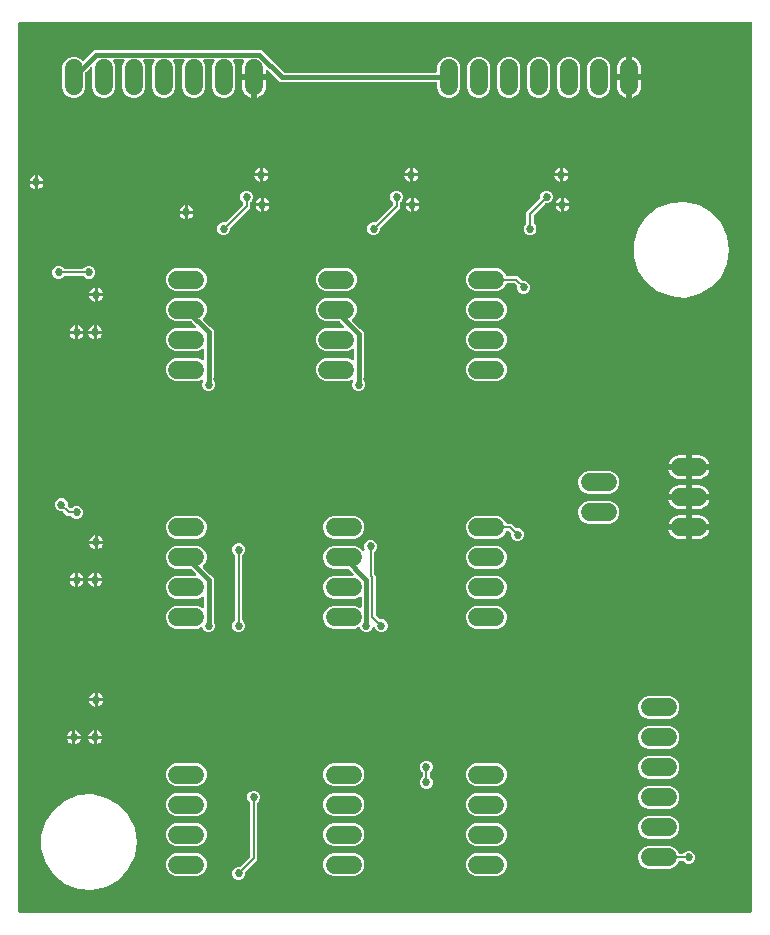
<source format=gbl>
G04 EAGLE Gerber RS-274X export*
G75*
%MOMM*%
%FSLAX34Y34*%
%LPD*%
%INBottom Copper*%
%IPPOS*%
%AMOC8*
5,1,8,0,0,1.08239X$1,22.5*%
G01*
%ADD10C,1.524000*%
%ADD11C,0.203200*%
%ADD12C,0.685800*%
%ADD13C,0.381000*%

G36*
X623688Y3826D02*
X623688Y3826D01*
X623807Y3833D01*
X623845Y3846D01*
X623886Y3851D01*
X623996Y3894D01*
X624109Y3931D01*
X624144Y3953D01*
X624181Y3968D01*
X624277Y4037D01*
X624378Y4101D01*
X624406Y4131D01*
X624439Y4154D01*
X624515Y4246D01*
X624596Y4333D01*
X624616Y4368D01*
X624641Y4399D01*
X624692Y4507D01*
X624750Y4611D01*
X624760Y4651D01*
X624777Y4687D01*
X624799Y4804D01*
X624829Y4919D01*
X624833Y4979D01*
X624837Y4999D01*
X624835Y5020D01*
X624839Y5080D01*
X624839Y756920D01*
X624824Y757038D01*
X624817Y757157D01*
X624804Y757195D01*
X624799Y757236D01*
X624756Y757346D01*
X624719Y757459D01*
X624697Y757494D01*
X624682Y757531D01*
X624613Y757627D01*
X624549Y757728D01*
X624519Y757756D01*
X624496Y757789D01*
X624404Y757865D01*
X624317Y757946D01*
X624282Y757966D01*
X624251Y757991D01*
X624143Y758042D01*
X624039Y758100D01*
X623999Y758110D01*
X623963Y758127D01*
X623846Y758149D01*
X623731Y758179D01*
X623671Y758183D01*
X623651Y758187D01*
X623630Y758185D01*
X623570Y758189D01*
X5080Y758189D01*
X4962Y758174D01*
X4843Y758167D01*
X4805Y758154D01*
X4764Y758149D01*
X4654Y758106D01*
X4541Y758069D01*
X4506Y758047D01*
X4469Y758032D01*
X4373Y757963D01*
X4272Y757899D01*
X4244Y757869D01*
X4211Y757846D01*
X4135Y757754D01*
X4054Y757667D01*
X4034Y757632D01*
X4009Y757601D01*
X3958Y757493D01*
X3900Y757389D01*
X3890Y757349D01*
X3873Y757313D01*
X3851Y757196D01*
X3821Y757081D01*
X3817Y757021D01*
X3813Y757001D01*
X3815Y756980D01*
X3811Y756920D01*
X3811Y5080D01*
X3826Y4962D01*
X3833Y4843D01*
X3846Y4805D01*
X3851Y4764D01*
X3894Y4654D01*
X3931Y4541D01*
X3953Y4506D01*
X3968Y4469D01*
X4037Y4373D01*
X4101Y4272D01*
X4131Y4244D01*
X4154Y4211D01*
X4246Y4135D01*
X4333Y4054D01*
X4368Y4034D01*
X4399Y4009D01*
X4507Y3958D01*
X4611Y3900D01*
X4651Y3890D01*
X4687Y3873D01*
X4804Y3851D01*
X4919Y3821D01*
X4979Y3817D01*
X4999Y3813D01*
X5020Y3815D01*
X5080Y3811D01*
X623570Y3811D01*
X623688Y3826D01*
G37*
%LPC*%
G36*
X48880Y693927D02*
X48880Y693927D01*
X45332Y695397D01*
X42617Y698112D01*
X41147Y701660D01*
X41147Y720740D01*
X42617Y724288D01*
X45332Y727003D01*
X48880Y728473D01*
X52720Y728473D01*
X56268Y727003D01*
X57754Y725517D01*
X57848Y725444D01*
X57937Y725366D01*
X57973Y725347D01*
X58005Y725322D01*
X58114Y725275D01*
X58220Y725221D01*
X58260Y725212D01*
X58297Y725196D01*
X58415Y725177D01*
X58530Y725151D01*
X58571Y725153D01*
X58611Y725146D01*
X58729Y725157D01*
X58848Y725161D01*
X58887Y725172D01*
X58927Y725176D01*
X59040Y725216D01*
X59154Y725249D01*
X59189Y725270D01*
X59227Y725284D01*
X59325Y725351D01*
X59428Y725411D01*
X59473Y725451D01*
X59490Y725462D01*
X59503Y725478D01*
X59549Y725517D01*
X65668Y731636D01*
X68346Y734315D01*
X209618Y734315D01*
X228423Y715509D01*
X228502Y715449D01*
X228574Y715381D01*
X228627Y715352D01*
X228675Y715315D01*
X228766Y715275D01*
X228852Y715227D01*
X228911Y715212D01*
X228967Y715188D01*
X229065Y715173D01*
X229160Y715148D01*
X229260Y715142D01*
X229281Y715138D01*
X229293Y715140D01*
X229321Y715138D01*
X357378Y715138D01*
X357496Y715153D01*
X357615Y715160D01*
X357653Y715173D01*
X357694Y715178D01*
X357804Y715221D01*
X357917Y715258D01*
X357952Y715280D01*
X357989Y715295D01*
X358085Y715364D01*
X358186Y715428D01*
X358214Y715458D01*
X358247Y715481D01*
X358323Y715573D01*
X358404Y715660D01*
X358424Y715695D01*
X358449Y715726D01*
X358500Y715834D01*
X358558Y715938D01*
X358568Y715978D01*
X358585Y716014D01*
X358607Y716131D01*
X358637Y716246D01*
X358641Y716306D01*
X358645Y716326D01*
X358643Y716347D01*
X358647Y716407D01*
X358647Y720740D01*
X360117Y724288D01*
X362832Y727003D01*
X366380Y728473D01*
X370220Y728473D01*
X373768Y727003D01*
X376483Y724288D01*
X377953Y720740D01*
X377953Y701660D01*
X376483Y698112D01*
X373768Y695397D01*
X370220Y693927D01*
X366380Y693927D01*
X362832Y695397D01*
X360117Y698112D01*
X358647Y701660D01*
X358647Y705993D01*
X358632Y706111D01*
X358625Y706230D01*
X358612Y706268D01*
X358607Y706309D01*
X358564Y706419D01*
X358527Y706532D01*
X358505Y706567D01*
X358490Y706604D01*
X358421Y706700D01*
X358357Y706801D01*
X358327Y706829D01*
X358304Y706862D01*
X358212Y706938D01*
X358125Y707019D01*
X358090Y707039D01*
X358059Y707064D01*
X357951Y707115D01*
X357847Y707173D01*
X357807Y707183D01*
X357771Y707200D01*
X357654Y707222D01*
X357539Y707252D01*
X357479Y707256D01*
X357459Y707260D01*
X357438Y707258D01*
X357378Y707262D01*
X225533Y707262D01*
X215527Y717268D01*
X215418Y717353D01*
X215311Y717442D01*
X215292Y717450D01*
X215276Y717463D01*
X215148Y717518D01*
X215023Y717577D01*
X215003Y717581D01*
X214984Y717589D01*
X214846Y717611D01*
X214710Y717637D01*
X214690Y717636D01*
X214670Y717639D01*
X214531Y717626D01*
X214393Y717617D01*
X214374Y717611D01*
X214354Y717609D01*
X214222Y717562D01*
X214091Y717519D01*
X214073Y717508D01*
X214054Y717502D01*
X213939Y717423D01*
X213822Y717349D01*
X213808Y717334D01*
X213791Y717323D01*
X213699Y717219D01*
X213604Y717117D01*
X213594Y717100D01*
X213581Y717085D01*
X213517Y716960D01*
X213450Y716839D01*
X213445Y716819D01*
X213436Y716801D01*
X213406Y716665D01*
X213371Y716531D01*
X213369Y716503D01*
X213366Y716491D01*
X213367Y716471D01*
X213361Y716370D01*
X213361Y713739D01*
X204470Y713739D01*
X204352Y713724D01*
X204233Y713717D01*
X204195Y713704D01*
X204155Y713699D01*
X204044Y713656D01*
X203931Y713619D01*
X203897Y713597D01*
X203859Y713582D01*
X203763Y713512D01*
X203662Y713449D01*
X203634Y713419D01*
X203602Y713395D01*
X203526Y713304D01*
X203444Y713217D01*
X203425Y713182D01*
X203399Y713151D01*
X203348Y713043D01*
X203291Y712939D01*
X203280Y712899D01*
X203263Y712863D01*
X203241Y712746D01*
X203211Y712631D01*
X203207Y712570D01*
X203203Y712550D01*
X203205Y712530D01*
X203201Y712470D01*
X203201Y711199D01*
X203199Y711199D01*
X203199Y712470D01*
X203184Y712588D01*
X203177Y712707D01*
X203164Y712745D01*
X203159Y712785D01*
X203115Y712896D01*
X203079Y713009D01*
X203057Y713044D01*
X203042Y713081D01*
X202972Y713177D01*
X202909Y713278D01*
X202879Y713306D01*
X202855Y713339D01*
X202764Y713414D01*
X202677Y713496D01*
X202642Y713516D01*
X202610Y713541D01*
X202503Y713592D01*
X202398Y713650D01*
X202359Y713660D01*
X202323Y713677D01*
X202206Y713699D01*
X202091Y713729D01*
X202030Y713733D01*
X202010Y713737D01*
X201990Y713735D01*
X201930Y713739D01*
X193039Y713739D01*
X193039Y719620D01*
X193289Y721199D01*
X193784Y722720D01*
X194510Y724145D01*
X194712Y724424D01*
X194731Y724459D01*
X194757Y724489D01*
X194808Y724598D01*
X194865Y724703D01*
X194875Y724741D01*
X194892Y724777D01*
X194915Y724895D01*
X194945Y725011D01*
X194945Y725050D01*
X194952Y725090D01*
X194945Y725209D01*
X194945Y725329D01*
X194935Y725367D01*
X194932Y725407D01*
X194895Y725521D01*
X194866Y725637D01*
X194847Y725672D01*
X194834Y725709D01*
X194770Y725811D01*
X194713Y725915D01*
X194685Y725944D01*
X194664Y725978D01*
X194577Y726060D01*
X194495Y726147D01*
X194462Y726169D01*
X194432Y726196D01*
X194328Y726254D01*
X194227Y726318D01*
X194189Y726330D01*
X194154Y726350D01*
X194038Y726379D01*
X193924Y726417D01*
X193885Y726419D01*
X193846Y726429D01*
X193685Y726439D01*
X186896Y726439D01*
X186758Y726422D01*
X186620Y726409D01*
X186600Y726402D01*
X186580Y726399D01*
X186451Y726348D01*
X186320Y726301D01*
X186303Y726290D01*
X186285Y726282D01*
X186172Y726201D01*
X186057Y726123D01*
X186044Y726107D01*
X186027Y726096D01*
X185938Y725988D01*
X185847Y725884D01*
X185838Y725866D01*
X185825Y725851D01*
X185765Y725725D01*
X185702Y725601D01*
X185698Y725581D01*
X185689Y725563D01*
X185663Y725426D01*
X185632Y725291D01*
X185633Y725270D01*
X185629Y725251D01*
X185638Y725112D01*
X185642Y724973D01*
X185648Y724953D01*
X185649Y724933D01*
X185692Y724801D01*
X185731Y724667D01*
X185741Y724650D01*
X185747Y724631D01*
X185821Y724513D01*
X185892Y724393D01*
X185911Y724372D01*
X185917Y724362D01*
X185932Y724348D01*
X185982Y724292D01*
X187453Y720740D01*
X187453Y701660D01*
X185983Y698112D01*
X183268Y695397D01*
X179720Y693927D01*
X175880Y693927D01*
X172332Y695397D01*
X169617Y698112D01*
X168147Y701660D01*
X168147Y720740D01*
X169621Y724297D01*
X169687Y724382D01*
X169775Y724489D01*
X169784Y724508D01*
X169796Y724524D01*
X169852Y724652D01*
X169911Y724777D01*
X169915Y724797D01*
X169923Y724816D01*
X169945Y724953D01*
X169971Y725090D01*
X169969Y725110D01*
X169973Y725130D01*
X169960Y725268D01*
X169951Y725407D01*
X169945Y725426D01*
X169943Y725446D01*
X169896Y725577D01*
X169853Y725709D01*
X169842Y725726D01*
X169835Y725746D01*
X169757Y725861D01*
X169683Y725978D01*
X169668Y725992D01*
X169657Y726009D01*
X169552Y726101D01*
X169451Y726196D01*
X169434Y726206D01*
X169418Y726219D01*
X169294Y726283D01*
X169173Y726350D01*
X169153Y726355D01*
X169135Y726364D01*
X168999Y726394D01*
X168865Y726429D01*
X168837Y726431D01*
X168825Y726434D01*
X168804Y726433D01*
X168704Y726439D01*
X161496Y726439D01*
X161358Y726422D01*
X161220Y726409D01*
X161200Y726402D01*
X161180Y726399D01*
X161051Y726348D01*
X160920Y726301D01*
X160903Y726290D01*
X160885Y726282D01*
X160772Y726201D01*
X160657Y726123D01*
X160644Y726107D01*
X160627Y726096D01*
X160538Y725988D01*
X160447Y725884D01*
X160438Y725866D01*
X160425Y725851D01*
X160365Y725725D01*
X160302Y725601D01*
X160298Y725581D01*
X160289Y725563D01*
X160263Y725426D01*
X160232Y725291D01*
X160233Y725270D01*
X160229Y725251D01*
X160238Y725112D01*
X160242Y724973D01*
X160248Y724953D01*
X160249Y724933D01*
X160292Y724801D01*
X160331Y724667D01*
X160341Y724650D01*
X160347Y724631D01*
X160421Y724513D01*
X160492Y724393D01*
X160511Y724372D01*
X160517Y724362D01*
X160532Y724348D01*
X160582Y724292D01*
X162053Y720740D01*
X162053Y701660D01*
X160583Y698112D01*
X157868Y695397D01*
X154320Y693927D01*
X150480Y693927D01*
X146932Y695397D01*
X144217Y698112D01*
X142747Y701660D01*
X142747Y720740D01*
X144221Y724297D01*
X144287Y724382D01*
X144375Y724489D01*
X144384Y724508D01*
X144396Y724524D01*
X144452Y724652D01*
X144511Y724777D01*
X144515Y724797D01*
X144523Y724816D01*
X144545Y724953D01*
X144571Y725090D01*
X144569Y725110D01*
X144573Y725130D01*
X144560Y725268D01*
X144551Y725407D01*
X144545Y725426D01*
X144543Y725446D01*
X144496Y725577D01*
X144453Y725709D01*
X144442Y725726D01*
X144435Y725746D01*
X144357Y725861D01*
X144283Y725978D01*
X144268Y725992D01*
X144257Y726009D01*
X144152Y726101D01*
X144051Y726196D01*
X144034Y726206D01*
X144018Y726219D01*
X143894Y726283D01*
X143773Y726350D01*
X143753Y726355D01*
X143735Y726364D01*
X143599Y726394D01*
X143465Y726429D01*
X143437Y726431D01*
X143425Y726434D01*
X143404Y726433D01*
X143304Y726439D01*
X136096Y726439D01*
X135958Y726422D01*
X135820Y726409D01*
X135800Y726402D01*
X135780Y726399D01*
X135651Y726348D01*
X135520Y726301D01*
X135503Y726290D01*
X135485Y726282D01*
X135372Y726201D01*
X135257Y726123D01*
X135244Y726107D01*
X135227Y726096D01*
X135138Y725988D01*
X135047Y725884D01*
X135038Y725866D01*
X135025Y725851D01*
X134965Y725725D01*
X134902Y725601D01*
X134898Y725581D01*
X134889Y725563D01*
X134863Y725426D01*
X134832Y725291D01*
X134833Y725270D01*
X134829Y725251D01*
X134838Y725112D01*
X134842Y724973D01*
X134848Y724953D01*
X134849Y724933D01*
X134892Y724801D01*
X134931Y724667D01*
X134941Y724650D01*
X134947Y724631D01*
X135021Y724513D01*
X135092Y724393D01*
X135111Y724372D01*
X135117Y724362D01*
X135132Y724348D01*
X135182Y724292D01*
X136653Y720740D01*
X136653Y701660D01*
X135183Y698112D01*
X132468Y695397D01*
X128920Y693927D01*
X125080Y693927D01*
X121532Y695397D01*
X118817Y698112D01*
X117347Y701660D01*
X117347Y720740D01*
X118821Y724297D01*
X118887Y724382D01*
X118975Y724489D01*
X118984Y724508D01*
X118996Y724524D01*
X119052Y724652D01*
X119111Y724777D01*
X119115Y724797D01*
X119123Y724816D01*
X119145Y724953D01*
X119171Y725090D01*
X119169Y725110D01*
X119173Y725130D01*
X119160Y725268D01*
X119151Y725407D01*
X119145Y725426D01*
X119143Y725446D01*
X119096Y725577D01*
X119053Y725709D01*
X119042Y725726D01*
X119035Y725746D01*
X118957Y725861D01*
X118883Y725978D01*
X118868Y725992D01*
X118857Y726009D01*
X118752Y726101D01*
X118651Y726196D01*
X118634Y726206D01*
X118618Y726219D01*
X118494Y726283D01*
X118373Y726350D01*
X118353Y726355D01*
X118335Y726364D01*
X118199Y726394D01*
X118065Y726429D01*
X118037Y726431D01*
X118025Y726434D01*
X118004Y726433D01*
X117904Y726439D01*
X110696Y726439D01*
X110558Y726422D01*
X110420Y726409D01*
X110400Y726402D01*
X110380Y726399D01*
X110251Y726348D01*
X110120Y726301D01*
X110103Y726290D01*
X110085Y726282D01*
X109972Y726201D01*
X109857Y726123D01*
X109844Y726107D01*
X109827Y726096D01*
X109738Y725988D01*
X109647Y725884D01*
X109638Y725866D01*
X109625Y725851D01*
X109565Y725725D01*
X109502Y725601D01*
X109498Y725581D01*
X109489Y725563D01*
X109463Y725426D01*
X109432Y725291D01*
X109433Y725270D01*
X109429Y725251D01*
X109438Y725112D01*
X109442Y724973D01*
X109448Y724953D01*
X109449Y724933D01*
X109492Y724801D01*
X109531Y724667D01*
X109541Y724650D01*
X109547Y724631D01*
X109621Y724513D01*
X109692Y724393D01*
X109711Y724372D01*
X109717Y724362D01*
X109732Y724348D01*
X109782Y724292D01*
X111253Y720740D01*
X111253Y701660D01*
X109783Y698112D01*
X107068Y695397D01*
X103520Y693927D01*
X99680Y693927D01*
X96132Y695397D01*
X93417Y698112D01*
X91947Y701660D01*
X91947Y720740D01*
X93421Y724297D01*
X93487Y724382D01*
X93575Y724489D01*
X93584Y724508D01*
X93596Y724524D01*
X93652Y724652D01*
X93711Y724777D01*
X93715Y724797D01*
X93723Y724816D01*
X93745Y724953D01*
X93771Y725090D01*
X93769Y725110D01*
X93773Y725130D01*
X93760Y725268D01*
X93751Y725407D01*
X93745Y725426D01*
X93743Y725446D01*
X93696Y725577D01*
X93653Y725709D01*
X93642Y725726D01*
X93635Y725746D01*
X93557Y725861D01*
X93483Y725978D01*
X93468Y725992D01*
X93457Y726009D01*
X93352Y726101D01*
X93251Y726196D01*
X93234Y726206D01*
X93218Y726219D01*
X93094Y726283D01*
X92973Y726350D01*
X92953Y726355D01*
X92935Y726364D01*
X92799Y726394D01*
X92665Y726429D01*
X92637Y726431D01*
X92625Y726434D01*
X92604Y726433D01*
X92504Y726439D01*
X85296Y726439D01*
X85158Y726422D01*
X85020Y726409D01*
X85000Y726402D01*
X84980Y726399D01*
X84851Y726348D01*
X84720Y726301D01*
X84703Y726290D01*
X84685Y726282D01*
X84572Y726201D01*
X84457Y726123D01*
X84444Y726107D01*
X84427Y726096D01*
X84338Y725988D01*
X84247Y725884D01*
X84238Y725866D01*
X84225Y725851D01*
X84165Y725725D01*
X84102Y725601D01*
X84098Y725581D01*
X84089Y725563D01*
X84063Y725426D01*
X84032Y725291D01*
X84033Y725270D01*
X84029Y725251D01*
X84038Y725112D01*
X84042Y724973D01*
X84048Y724953D01*
X84049Y724933D01*
X84092Y724801D01*
X84131Y724667D01*
X84141Y724650D01*
X84147Y724631D01*
X84221Y724513D01*
X84292Y724393D01*
X84311Y724372D01*
X84317Y724362D01*
X84332Y724348D01*
X84382Y724292D01*
X85853Y720740D01*
X85853Y701660D01*
X84383Y698112D01*
X81668Y695397D01*
X78120Y693927D01*
X74280Y693927D01*
X70732Y695397D01*
X68017Y698112D01*
X66547Y701660D01*
X66547Y718314D01*
X66530Y718452D01*
X66517Y718591D01*
X66510Y718610D01*
X66507Y718630D01*
X66456Y718759D01*
X66409Y718890D01*
X66398Y718907D01*
X66390Y718925D01*
X66309Y719038D01*
X66231Y719153D01*
X66215Y719166D01*
X66204Y719183D01*
X66096Y719272D01*
X65992Y719363D01*
X65974Y719373D01*
X65959Y719386D01*
X65833Y719445D01*
X65709Y719508D01*
X65689Y719513D01*
X65671Y719521D01*
X65535Y719547D01*
X65399Y719578D01*
X65378Y719577D01*
X65359Y719581D01*
X65220Y719572D01*
X65081Y719568D01*
X65061Y719562D01*
X65041Y719561D01*
X64909Y719518D01*
X64775Y719480D01*
X64758Y719469D01*
X64739Y719463D01*
X64621Y719389D01*
X64501Y719318D01*
X64480Y719300D01*
X64470Y719293D01*
X64456Y719278D01*
X64381Y719212D01*
X60824Y715656D01*
X60764Y715577D01*
X60696Y715505D01*
X60667Y715452D01*
X60630Y715404D01*
X60590Y715313D01*
X60542Y715227D01*
X60527Y715168D01*
X60503Y715113D01*
X60488Y715015D01*
X60463Y714919D01*
X60457Y714819D01*
X60453Y714798D01*
X60455Y714786D01*
X60453Y714758D01*
X60453Y701660D01*
X58983Y698112D01*
X56268Y695397D01*
X52720Y693927D01*
X48880Y693927D01*
G37*
%LPD*%
%LPC*%
G36*
X54460Y23892D02*
X54460Y23892D01*
X43187Y28316D01*
X33719Y35867D01*
X26897Y45873D01*
X23327Y57445D01*
X23327Y69555D01*
X26897Y81127D01*
X33719Y91133D01*
X43187Y98683D01*
X54460Y103108D01*
X66536Y104013D01*
X78343Y101318D01*
X88830Y95263D01*
X97067Y86386D01*
X102322Y75475D01*
X104126Y63500D01*
X102322Y51525D01*
X97067Y40614D01*
X88830Y31737D01*
X78343Y25682D01*
X66536Y22987D01*
X54460Y23892D01*
G37*
%LPD*%
%LPC*%
G36*
X556110Y525542D02*
X556110Y525542D01*
X544837Y529967D01*
X535369Y537517D01*
X528547Y547523D01*
X524977Y559095D01*
X524977Y571205D01*
X528547Y582777D01*
X535369Y592783D01*
X544837Y600333D01*
X556110Y604758D01*
X568186Y605663D01*
X579993Y602968D01*
X590480Y596913D01*
X598717Y588036D01*
X603972Y577125D01*
X605776Y565150D01*
X603972Y553175D01*
X598717Y542264D01*
X590480Y533387D01*
X579993Y527332D01*
X568186Y524637D01*
X556110Y525542D01*
G37*
%LPD*%
%LPC*%
G36*
X297364Y241172D02*
X297364Y241172D01*
X295356Y242004D01*
X293820Y243540D01*
X293306Y244782D01*
X293246Y244885D01*
X293194Y244992D01*
X293168Y245023D01*
X293148Y245058D01*
X293065Y245144D01*
X292988Y245234D01*
X292955Y245257D01*
X292927Y245286D01*
X292825Y245349D01*
X292728Y245417D01*
X292690Y245431D01*
X292656Y245453D01*
X292542Y245488D01*
X292430Y245530D01*
X292390Y245534D01*
X292352Y245546D01*
X292233Y245552D01*
X292114Y245565D01*
X292074Y245559D01*
X292034Y245561D01*
X291917Y245537D01*
X291800Y245521D01*
X291743Y245501D01*
X291723Y245497D01*
X291704Y245488D01*
X291647Y245469D01*
X288940Y244347D01*
X269860Y244347D01*
X266312Y245817D01*
X263597Y248532D01*
X262127Y252080D01*
X262127Y255920D01*
X263597Y259468D01*
X266312Y262183D01*
X269860Y263653D01*
X288940Y263653D01*
X292497Y262179D01*
X292582Y262113D01*
X292689Y262025D01*
X292708Y262016D01*
X292724Y262004D01*
X292852Y261948D01*
X292977Y261889D01*
X292997Y261885D01*
X293016Y261877D01*
X293153Y261855D01*
X293290Y261829D01*
X293310Y261831D01*
X293330Y261827D01*
X293468Y261840D01*
X293607Y261849D01*
X293626Y261855D01*
X293646Y261857D01*
X293777Y261904D01*
X293909Y261947D01*
X293926Y261958D01*
X293946Y261965D01*
X294061Y262043D01*
X294178Y262117D01*
X294192Y262132D01*
X294209Y262143D01*
X294301Y262248D01*
X294396Y262349D01*
X294406Y262366D01*
X294419Y262382D01*
X294483Y262506D01*
X294550Y262627D01*
X294555Y262647D01*
X294564Y262665D01*
X294594Y262801D01*
X294629Y262935D01*
X294631Y262963D01*
X294634Y262975D01*
X294633Y262996D01*
X294639Y263096D01*
X294639Y270304D01*
X294622Y270442D01*
X294609Y270580D01*
X294602Y270600D01*
X294599Y270620D01*
X294548Y270749D01*
X294501Y270880D01*
X294490Y270897D01*
X294482Y270915D01*
X294401Y271028D01*
X294323Y271143D01*
X294307Y271156D01*
X294296Y271173D01*
X294188Y271262D01*
X294084Y271353D01*
X294066Y271362D01*
X294051Y271375D01*
X293925Y271435D01*
X293801Y271498D01*
X293781Y271502D01*
X293763Y271511D01*
X293626Y271537D01*
X293491Y271568D01*
X293470Y271567D01*
X293451Y271571D01*
X293312Y271562D01*
X293173Y271558D01*
X293153Y271552D01*
X293133Y271551D01*
X293001Y271508D01*
X292867Y271469D01*
X292850Y271459D01*
X292831Y271453D01*
X292713Y271379D01*
X292593Y271308D01*
X292572Y271289D01*
X292562Y271283D01*
X292548Y271268D01*
X292492Y271218D01*
X288940Y269747D01*
X269860Y269747D01*
X266312Y271217D01*
X263597Y273932D01*
X262127Y277480D01*
X262127Y281320D01*
X263597Y284868D01*
X266312Y287583D01*
X269860Y289053D01*
X286514Y289053D01*
X286652Y289070D01*
X286791Y289083D01*
X286810Y289090D01*
X286830Y289093D01*
X286959Y289144D01*
X287090Y289191D01*
X287107Y289202D01*
X287125Y289210D01*
X287238Y289291D01*
X287353Y289369D01*
X287366Y289385D01*
X287383Y289396D01*
X287472Y289504D01*
X287563Y289608D01*
X287573Y289626D01*
X287586Y289641D01*
X287645Y289767D01*
X287708Y289891D01*
X287713Y289911D01*
X287721Y289929D01*
X287747Y290065D01*
X287778Y290201D01*
X287777Y290222D01*
X287781Y290241D01*
X287772Y290380D01*
X287768Y290519D01*
X287762Y290539D01*
X287761Y290559D01*
X287718Y290691D01*
X287680Y290825D01*
X287669Y290842D01*
X287663Y290861D01*
X287589Y290979D01*
X287518Y291099D01*
X287500Y291120D01*
X287493Y291130D01*
X287478Y291144D01*
X287412Y291219D01*
X283856Y294776D01*
X283777Y294836D01*
X283705Y294904D01*
X283652Y294933D01*
X283604Y294970D01*
X283513Y295010D01*
X283427Y295058D01*
X283368Y295073D01*
X283313Y295097D01*
X283215Y295112D01*
X283119Y295137D01*
X283019Y295143D01*
X282998Y295147D01*
X282986Y295145D01*
X282958Y295147D01*
X269860Y295147D01*
X266312Y296617D01*
X263597Y299332D01*
X262127Y302880D01*
X262127Y306720D01*
X263597Y310268D01*
X266312Y312983D01*
X269860Y314453D01*
X288940Y314453D01*
X292488Y312983D01*
X294854Y310617D01*
X294909Y310574D01*
X294958Y310524D01*
X295034Y310477D01*
X295106Y310422D01*
X295170Y310394D01*
X295229Y310358D01*
X295315Y310331D01*
X295397Y310295D01*
X295467Y310284D01*
X295533Y310264D01*
X295623Y310260D01*
X295712Y310246D01*
X295781Y310252D01*
X295851Y310249D01*
X295938Y310267D01*
X296028Y310275D01*
X296094Y310299D01*
X296162Y310313D01*
X296243Y310353D01*
X296327Y310383D01*
X296385Y310422D01*
X296448Y310453D01*
X296516Y310511D01*
X296591Y310562D01*
X296637Y310614D01*
X296690Y310659D01*
X296741Y310733D01*
X296801Y310800D01*
X296833Y310862D01*
X296873Y310919D01*
X296905Y311003D01*
X296946Y311083D01*
X296961Y311151D01*
X296986Y311217D01*
X296996Y311306D01*
X297015Y311394D01*
X297013Y311463D01*
X297021Y311533D01*
X297008Y311622D01*
X297006Y311711D01*
X296986Y311778D01*
X296976Y311848D01*
X296924Y312000D01*
X296587Y312815D01*
X296587Y314988D01*
X297418Y316995D01*
X298955Y318532D01*
X300962Y319363D01*
X303135Y319363D01*
X305142Y318532D01*
X306679Y316995D01*
X307510Y314988D01*
X307510Y312815D01*
X306679Y310808D01*
X305469Y309598D01*
X305408Y309520D01*
X305340Y309448D01*
X305311Y309395D01*
X305274Y309347D01*
X305235Y309256D01*
X305187Y309169D01*
X305172Y309110D01*
X305148Y309055D01*
X305132Y308957D01*
X305107Y308861D01*
X305101Y308761D01*
X305098Y308741D01*
X305099Y308728D01*
X305097Y308700D01*
X305097Y290945D01*
X305110Y290847D01*
X305113Y290747D01*
X305129Y290689D01*
X305137Y290629D01*
X305174Y290537D01*
X305201Y290442D01*
X305232Y290390D01*
X305254Y290333D01*
X305312Y290253D01*
X305363Y290168D01*
X305429Y290093D01*
X305441Y290076D01*
X305450Y290068D01*
X305469Y290047D01*
X306579Y288937D01*
X306579Y256043D01*
X306591Y255944D01*
X306594Y255845D01*
X306611Y255787D01*
X306619Y255727D01*
X306655Y255635D01*
X306683Y255540D01*
X306713Y255488D01*
X306736Y255431D01*
X306794Y255351D01*
X306844Y255266D01*
X306910Y255191D01*
X306922Y255174D01*
X306932Y255166D01*
X306950Y255145D01*
X309628Y252467D01*
X309706Y252407D01*
X309778Y252339D01*
X309831Y252310D01*
X309879Y252273D01*
X309970Y252233D01*
X310057Y252185D01*
X310116Y252170D01*
X310171Y252146D01*
X310269Y252131D01*
X310365Y252106D01*
X310465Y252100D01*
X310485Y252096D01*
X310498Y252098D01*
X310526Y252096D01*
X312236Y252096D01*
X314244Y251264D01*
X315780Y249728D01*
X316612Y247720D01*
X316612Y245548D01*
X315780Y243540D01*
X314244Y242004D01*
X312236Y241172D01*
X310064Y241172D01*
X308056Y242004D01*
X306520Y243540D01*
X305973Y244861D01*
X305904Y244982D01*
X305839Y245105D01*
X305825Y245120D01*
X305815Y245137D01*
X305718Y245238D01*
X305625Y245340D01*
X305608Y245351D01*
X305594Y245366D01*
X305475Y245439D01*
X305359Y245515D01*
X305340Y245521D01*
X305323Y245532D01*
X305190Y245573D01*
X305058Y245618D01*
X305038Y245620D01*
X305019Y245626D01*
X304880Y245632D01*
X304741Y245643D01*
X304721Y245640D01*
X304701Y245641D01*
X304565Y245613D01*
X304428Y245589D01*
X304409Y245581D01*
X304390Y245576D01*
X304264Y245515D01*
X304138Y245458D01*
X304122Y245446D01*
X304104Y245437D01*
X303998Y245346D01*
X303890Y245260D01*
X303877Y245244D01*
X303862Y245230D01*
X303782Y245116D01*
X303698Y245006D01*
X303686Y244980D01*
X303679Y244970D01*
X303672Y244951D01*
X303627Y244861D01*
X303080Y243540D01*
X301544Y242004D01*
X299536Y241172D01*
X297364Y241172D01*
G37*
%LPD*%
%LPC*%
G36*
X164014Y445388D02*
X164014Y445388D01*
X162006Y446220D01*
X160470Y447756D01*
X159638Y449764D01*
X159638Y451936D01*
X160284Y453497D01*
X160321Y453631D01*
X160362Y453763D01*
X160363Y453784D01*
X160368Y453803D01*
X160371Y453943D01*
X160377Y454081D01*
X160373Y454101D01*
X160373Y454121D01*
X160341Y454257D01*
X160313Y454393D01*
X160304Y454411D01*
X160299Y454430D01*
X160234Y454553D01*
X160173Y454678D01*
X160160Y454694D01*
X160151Y454712D01*
X160057Y454814D01*
X159967Y454920D01*
X159950Y454932D01*
X159937Y454947D01*
X159821Y455023D01*
X159707Y455103D01*
X159688Y455111D01*
X159671Y455122D01*
X159540Y455167D01*
X159409Y455216D01*
X159389Y455218D01*
X159370Y455225D01*
X159232Y455236D01*
X159093Y455251D01*
X159073Y455249D01*
X159053Y455250D01*
X158916Y455226D01*
X158778Y455207D01*
X158752Y455198D01*
X158740Y455196D01*
X158721Y455187D01*
X158626Y455155D01*
X155590Y453897D01*
X136510Y453897D01*
X132962Y455367D01*
X130247Y458082D01*
X128777Y461630D01*
X128777Y465470D01*
X130247Y469018D01*
X132962Y471733D01*
X136510Y473203D01*
X155590Y473203D01*
X159147Y471729D01*
X159232Y471663D01*
X159339Y471575D01*
X159358Y471566D01*
X159374Y471554D01*
X159502Y471498D01*
X159627Y471439D01*
X159647Y471435D01*
X159666Y471427D01*
X159803Y471405D01*
X159940Y471379D01*
X159960Y471381D01*
X159980Y471377D01*
X160118Y471390D01*
X160257Y471399D01*
X160276Y471405D01*
X160296Y471407D01*
X160427Y471454D01*
X160559Y471497D01*
X160576Y471508D01*
X160596Y471515D01*
X160711Y471593D01*
X160828Y471667D01*
X160842Y471682D01*
X160859Y471693D01*
X160951Y471798D01*
X161046Y471899D01*
X161056Y471916D01*
X161069Y471932D01*
X161133Y472056D01*
X161200Y472177D01*
X161205Y472197D01*
X161214Y472215D01*
X161244Y472351D01*
X161279Y472485D01*
X161281Y472513D01*
X161284Y472525D01*
X161283Y472546D01*
X161289Y472646D01*
X161289Y479854D01*
X161272Y479992D01*
X161259Y480130D01*
X161252Y480150D01*
X161249Y480170D01*
X161198Y480299D01*
X161151Y480430D01*
X161140Y480447D01*
X161132Y480465D01*
X161051Y480578D01*
X160973Y480693D01*
X160957Y480706D01*
X160946Y480723D01*
X160838Y480812D01*
X160734Y480903D01*
X160716Y480912D01*
X160701Y480925D01*
X160575Y480985D01*
X160451Y481048D01*
X160431Y481052D01*
X160413Y481061D01*
X160276Y481087D01*
X160141Y481118D01*
X160120Y481117D01*
X160101Y481121D01*
X159962Y481112D01*
X159823Y481108D01*
X159803Y481102D01*
X159783Y481101D01*
X159651Y481058D01*
X159517Y481019D01*
X159500Y481009D01*
X159481Y481003D01*
X159363Y480929D01*
X159243Y480858D01*
X159222Y480839D01*
X159212Y480833D01*
X159198Y480818D01*
X159142Y480768D01*
X155590Y479297D01*
X136510Y479297D01*
X132962Y480767D01*
X130247Y483482D01*
X128777Y487030D01*
X128777Y490870D01*
X130247Y494418D01*
X132962Y497133D01*
X136510Y498603D01*
X153164Y498603D01*
X153302Y498620D01*
X153441Y498633D01*
X153460Y498640D01*
X153480Y498643D01*
X153609Y498694D01*
X153740Y498741D01*
X153757Y498752D01*
X153775Y498760D01*
X153888Y498841D01*
X154003Y498919D01*
X154016Y498935D01*
X154033Y498946D01*
X154122Y499054D01*
X154213Y499158D01*
X154223Y499176D01*
X154236Y499191D01*
X154295Y499317D01*
X154358Y499441D01*
X154363Y499461D01*
X154371Y499479D01*
X154397Y499615D01*
X154428Y499751D01*
X154427Y499772D01*
X154431Y499791D01*
X154422Y499930D01*
X154418Y500069D01*
X154412Y500089D01*
X154411Y500109D01*
X154368Y500241D01*
X154330Y500375D01*
X154319Y500392D01*
X154313Y500411D01*
X154239Y500529D01*
X154168Y500649D01*
X154150Y500670D01*
X154143Y500680D01*
X154128Y500694D01*
X154062Y500769D01*
X150506Y504326D01*
X150427Y504386D01*
X150355Y504454D01*
X150302Y504483D01*
X150254Y504520D01*
X150163Y504560D01*
X150077Y504608D01*
X150018Y504623D01*
X149963Y504647D01*
X149865Y504662D01*
X149769Y504687D01*
X149669Y504693D01*
X149648Y504697D01*
X149636Y504695D01*
X149608Y504697D01*
X136510Y504697D01*
X132962Y506167D01*
X130247Y508882D01*
X128777Y512430D01*
X128777Y516270D01*
X130247Y519818D01*
X132962Y522533D01*
X136510Y524003D01*
X155590Y524003D01*
X159138Y522533D01*
X161853Y519818D01*
X163323Y516270D01*
X163323Y512430D01*
X161853Y508882D01*
X160367Y507396D01*
X160294Y507302D01*
X160216Y507213D01*
X160197Y507177D01*
X160172Y507145D01*
X160125Y507036D01*
X160071Y506930D01*
X160062Y506890D01*
X160046Y506853D01*
X160027Y506735D01*
X160001Y506620D01*
X160003Y506579D01*
X159996Y506539D01*
X160007Y506421D01*
X160011Y506302D01*
X160022Y506263D01*
X160026Y506223D01*
X160066Y506110D01*
X160099Y505996D01*
X160120Y505961D01*
X160134Y505923D01*
X160201Y505825D01*
X160261Y505722D01*
X160301Y505677D01*
X160312Y505660D01*
X160328Y505647D01*
X160367Y505601D01*
X166486Y499482D01*
X169165Y496804D01*
X169165Y457015D01*
X169127Y456948D01*
X169112Y456889D01*
X169088Y456833D01*
X169073Y456735D01*
X169048Y456640D01*
X169042Y456540D01*
X169038Y456519D01*
X169040Y456507D01*
X169038Y456479D01*
X169038Y455162D01*
X169050Y455064D01*
X169053Y454965D01*
X169070Y454907D01*
X169078Y454847D01*
X169114Y454754D01*
X169142Y454659D01*
X169172Y454607D01*
X169195Y454551D01*
X169253Y454471D01*
X169303Y454385D01*
X169369Y454310D01*
X169381Y454294D01*
X169391Y454286D01*
X169409Y454265D01*
X169730Y453944D01*
X170562Y451936D01*
X170562Y449764D01*
X169730Y447756D01*
X168194Y446220D01*
X166186Y445388D01*
X164014Y445388D01*
G37*
%LPD*%
%LPC*%
G36*
X291014Y445388D02*
X291014Y445388D01*
X289006Y446220D01*
X287470Y447756D01*
X286638Y449764D01*
X286638Y451936D01*
X287284Y453497D01*
X287321Y453631D01*
X287362Y453763D01*
X287363Y453784D01*
X287368Y453803D01*
X287371Y453943D01*
X287377Y454081D01*
X287373Y454101D01*
X287373Y454121D01*
X287341Y454257D01*
X287313Y454393D01*
X287304Y454411D01*
X287299Y454430D01*
X287234Y454553D01*
X287173Y454678D01*
X287160Y454694D01*
X287151Y454712D01*
X287057Y454814D01*
X286967Y454920D01*
X286950Y454932D01*
X286937Y454947D01*
X286821Y455023D01*
X286707Y455103D01*
X286688Y455111D01*
X286671Y455122D01*
X286540Y455167D01*
X286409Y455216D01*
X286389Y455218D01*
X286370Y455225D01*
X286232Y455236D01*
X286093Y455251D01*
X286073Y455249D01*
X286053Y455250D01*
X285916Y455226D01*
X285778Y455207D01*
X285752Y455198D01*
X285740Y455196D01*
X285721Y455187D01*
X285626Y455155D01*
X282590Y453897D01*
X263510Y453897D01*
X259962Y455367D01*
X257247Y458082D01*
X255777Y461630D01*
X255777Y465470D01*
X257247Y469018D01*
X259962Y471733D01*
X263510Y473203D01*
X282590Y473203D01*
X286147Y471729D01*
X286232Y471663D01*
X286339Y471575D01*
X286358Y471566D01*
X286374Y471554D01*
X286502Y471498D01*
X286627Y471439D01*
X286647Y471435D01*
X286666Y471427D01*
X286803Y471405D01*
X286940Y471379D01*
X286960Y471381D01*
X286980Y471377D01*
X287118Y471390D01*
X287257Y471399D01*
X287276Y471405D01*
X287296Y471407D01*
X287427Y471454D01*
X287559Y471497D01*
X287576Y471508D01*
X287596Y471515D01*
X287711Y471593D01*
X287828Y471667D01*
X287842Y471682D01*
X287859Y471693D01*
X287951Y471798D01*
X288046Y471899D01*
X288056Y471916D01*
X288069Y471932D01*
X288133Y472056D01*
X288200Y472177D01*
X288205Y472197D01*
X288214Y472215D01*
X288244Y472351D01*
X288279Y472485D01*
X288281Y472513D01*
X288284Y472525D01*
X288283Y472546D01*
X288289Y472646D01*
X288289Y479854D01*
X288272Y479992D01*
X288259Y480130D01*
X288252Y480150D01*
X288249Y480170D01*
X288198Y480299D01*
X288151Y480430D01*
X288140Y480447D01*
X288132Y480465D01*
X288051Y480578D01*
X287973Y480693D01*
X287957Y480706D01*
X287946Y480723D01*
X287838Y480812D01*
X287734Y480903D01*
X287716Y480912D01*
X287701Y480925D01*
X287575Y480985D01*
X287451Y481048D01*
X287431Y481052D01*
X287413Y481061D01*
X287276Y481087D01*
X287141Y481118D01*
X287120Y481117D01*
X287101Y481121D01*
X286962Y481112D01*
X286823Y481108D01*
X286803Y481102D01*
X286783Y481101D01*
X286651Y481058D01*
X286517Y481019D01*
X286500Y481009D01*
X286481Y481003D01*
X286363Y480929D01*
X286243Y480858D01*
X286222Y480839D01*
X286212Y480833D01*
X286198Y480818D01*
X286142Y480768D01*
X282590Y479297D01*
X263510Y479297D01*
X259962Y480767D01*
X257247Y483482D01*
X255777Y487030D01*
X255777Y490870D01*
X257247Y494418D01*
X259962Y497133D01*
X263510Y498603D01*
X278728Y498603D01*
X278866Y498620D01*
X279005Y498633D01*
X279024Y498640D01*
X279044Y498643D01*
X279173Y498694D01*
X279304Y498741D01*
X279321Y498752D01*
X279340Y498760D01*
X279452Y498841D01*
X279567Y498919D01*
X279581Y498935D01*
X279597Y498946D01*
X279686Y499054D01*
X279778Y499158D01*
X279787Y499176D01*
X279800Y499191D01*
X279859Y499317D01*
X279922Y499441D01*
X279927Y499461D01*
X279935Y499479D01*
X279961Y499615D01*
X279992Y499751D01*
X279991Y499772D01*
X279995Y499791D01*
X279986Y499930D01*
X279982Y500069D01*
X279977Y500089D01*
X279975Y500109D01*
X279932Y500241D01*
X279894Y500375D01*
X279884Y500392D01*
X279877Y500411D01*
X279803Y500529D01*
X279732Y500649D01*
X279714Y500670D01*
X279707Y500680D01*
X279692Y500694D01*
X279626Y500769D01*
X276070Y504326D01*
X275992Y504386D01*
X275919Y504454D01*
X275866Y504483D01*
X275819Y504520D01*
X275728Y504560D01*
X275641Y504608D01*
X275582Y504623D01*
X275527Y504647D01*
X275429Y504662D01*
X275333Y504687D01*
X275233Y504693D01*
X275213Y504697D01*
X275200Y504695D01*
X275172Y504697D01*
X263510Y504697D01*
X259962Y506167D01*
X257247Y508882D01*
X255777Y512430D01*
X255777Y516270D01*
X257247Y519818D01*
X259962Y522533D01*
X263510Y524003D01*
X282590Y524003D01*
X286138Y522533D01*
X288853Y519818D01*
X290323Y516270D01*
X290323Y512430D01*
X288853Y508882D01*
X286649Y506678D01*
X286576Y506584D01*
X286498Y506495D01*
X286479Y506459D01*
X286455Y506427D01*
X286407Y506318D01*
X286353Y506212D01*
X286344Y506173D01*
X286328Y506135D01*
X286309Y506018D01*
X286283Y505902D01*
X286285Y505861D01*
X286278Y505821D01*
X286289Y505703D01*
X286293Y505584D01*
X286304Y505545D01*
X286308Y505505D01*
X286348Y505392D01*
X286382Y505278D01*
X286402Y505243D01*
X286416Y505205D01*
X286483Y505107D01*
X286543Y505004D01*
X286583Y504959D01*
X286594Y504942D01*
X286610Y504929D01*
X286649Y504883D01*
X293486Y498047D01*
X296165Y495368D01*
X296165Y457015D01*
X296127Y456948D01*
X296112Y456889D01*
X296088Y456833D01*
X296073Y456735D01*
X296048Y456640D01*
X296042Y456540D01*
X296038Y456519D01*
X296040Y456507D01*
X296038Y456479D01*
X296038Y455162D01*
X296050Y455064D01*
X296053Y454965D01*
X296070Y454907D01*
X296078Y454847D01*
X296114Y454754D01*
X296142Y454659D01*
X296172Y454607D01*
X296195Y454551D01*
X296253Y454471D01*
X296303Y454385D01*
X296369Y454310D01*
X296381Y454294D01*
X296391Y454286D01*
X296409Y454265D01*
X296730Y453944D01*
X297562Y451936D01*
X297562Y449764D01*
X296730Y447756D01*
X295194Y446220D01*
X293186Y445388D01*
X291014Y445388D01*
G37*
%LPD*%
%LPC*%
G36*
X164014Y241172D02*
X164014Y241172D01*
X162006Y242004D01*
X160470Y243540D01*
X159956Y244782D01*
X159897Y244885D01*
X159844Y244992D01*
X159818Y245023D01*
X159798Y245058D01*
X159715Y245143D01*
X159638Y245234D01*
X159605Y245257D01*
X159577Y245286D01*
X159475Y245348D01*
X159378Y245417D01*
X159340Y245431D01*
X159306Y245453D01*
X159192Y245488D01*
X159080Y245530D01*
X159040Y245534D01*
X159002Y245546D01*
X158883Y245552D01*
X158764Y245565D01*
X158724Y245559D01*
X158684Y245561D01*
X158567Y245537D01*
X158450Y245521D01*
X158393Y245501D01*
X158373Y245497D01*
X158354Y245488D01*
X158297Y245469D01*
X155590Y244347D01*
X136510Y244347D01*
X132962Y245817D01*
X130247Y248532D01*
X128777Y252080D01*
X128777Y255920D01*
X130247Y259468D01*
X132962Y262183D01*
X136510Y263653D01*
X155590Y263653D01*
X159147Y262179D01*
X159232Y262113D01*
X159339Y262025D01*
X159358Y262016D01*
X159374Y262004D01*
X159502Y261948D01*
X159627Y261889D01*
X159647Y261885D01*
X159666Y261877D01*
X159803Y261855D01*
X159940Y261829D01*
X159960Y261831D01*
X159980Y261827D01*
X160118Y261840D01*
X160257Y261849D01*
X160276Y261855D01*
X160296Y261857D01*
X160427Y261904D01*
X160559Y261947D01*
X160576Y261958D01*
X160596Y261965D01*
X160711Y262043D01*
X160828Y262117D01*
X160842Y262132D01*
X160859Y262143D01*
X160951Y262248D01*
X161046Y262349D01*
X161056Y262366D01*
X161069Y262382D01*
X161133Y262506D01*
X161200Y262627D01*
X161205Y262647D01*
X161214Y262665D01*
X161244Y262801D01*
X161279Y262935D01*
X161281Y262963D01*
X161284Y262975D01*
X161283Y262996D01*
X161289Y263096D01*
X161289Y270304D01*
X161272Y270442D01*
X161259Y270580D01*
X161252Y270600D01*
X161249Y270620D01*
X161198Y270749D01*
X161151Y270880D01*
X161140Y270897D01*
X161132Y270915D01*
X161051Y271028D01*
X160973Y271143D01*
X160957Y271156D01*
X160946Y271173D01*
X160838Y271262D01*
X160734Y271353D01*
X160716Y271362D01*
X160701Y271375D01*
X160575Y271435D01*
X160451Y271498D01*
X160431Y271502D01*
X160413Y271511D01*
X160276Y271537D01*
X160141Y271568D01*
X160120Y271567D01*
X160101Y271571D01*
X159962Y271562D01*
X159823Y271558D01*
X159803Y271552D01*
X159783Y271551D01*
X159651Y271508D01*
X159517Y271469D01*
X159500Y271459D01*
X159481Y271453D01*
X159363Y271379D01*
X159243Y271308D01*
X159222Y271289D01*
X159212Y271283D01*
X159198Y271268D01*
X159142Y271218D01*
X155590Y269747D01*
X136510Y269747D01*
X132962Y271217D01*
X130247Y273932D01*
X128777Y277480D01*
X128777Y281320D01*
X130247Y284868D01*
X132962Y287583D01*
X136510Y289053D01*
X153164Y289053D01*
X153302Y289070D01*
X153441Y289083D01*
X153460Y289090D01*
X153480Y289093D01*
X153609Y289144D01*
X153740Y289191D01*
X153757Y289202D01*
X153775Y289210D01*
X153888Y289291D01*
X154003Y289369D01*
X154016Y289385D01*
X154033Y289396D01*
X154122Y289504D01*
X154213Y289608D01*
X154223Y289626D01*
X154236Y289641D01*
X154295Y289767D01*
X154358Y289891D01*
X154363Y289911D01*
X154371Y289929D01*
X154397Y290065D01*
X154428Y290201D01*
X154427Y290222D01*
X154431Y290241D01*
X154422Y290380D01*
X154418Y290519D01*
X154412Y290539D01*
X154411Y290559D01*
X154368Y290691D01*
X154330Y290825D01*
X154319Y290842D01*
X154313Y290861D01*
X154239Y290979D01*
X154168Y291099D01*
X154150Y291120D01*
X154143Y291130D01*
X154128Y291144D01*
X154062Y291219D01*
X150506Y294776D01*
X150427Y294836D01*
X150355Y294904D01*
X150302Y294933D01*
X150254Y294970D01*
X150163Y295010D01*
X150077Y295058D01*
X150018Y295073D01*
X149963Y295097D01*
X149865Y295112D01*
X149769Y295137D01*
X149669Y295143D01*
X149648Y295147D01*
X149636Y295145D01*
X149608Y295147D01*
X136510Y295147D01*
X132962Y296617D01*
X130247Y299332D01*
X128777Y302880D01*
X128777Y306720D01*
X130247Y310268D01*
X132962Y312983D01*
X136510Y314453D01*
X155590Y314453D01*
X159138Y312983D01*
X161853Y310268D01*
X163323Y306720D01*
X163323Y302880D01*
X161853Y299332D01*
X160367Y297846D01*
X160294Y297752D01*
X160216Y297663D01*
X160197Y297627D01*
X160172Y297595D01*
X160125Y297486D01*
X160071Y297380D01*
X160062Y297340D01*
X160046Y297303D01*
X160027Y297185D01*
X160001Y297070D01*
X160003Y297029D01*
X159996Y296989D01*
X160007Y296871D01*
X160011Y296752D01*
X160022Y296713D01*
X160026Y296673D01*
X160066Y296560D01*
X160099Y296446D01*
X160120Y296411D01*
X160134Y296373D01*
X160201Y296275D01*
X160261Y296172D01*
X160301Y296127D01*
X160312Y296110D01*
X160328Y296097D01*
X160367Y296051D01*
X166486Y289932D01*
X169165Y287254D01*
X169165Y250819D01*
X169177Y250721D01*
X169180Y250622D01*
X169197Y250564D01*
X169205Y250504D01*
X169241Y250411D01*
X169269Y250316D01*
X169299Y250264D01*
X169322Y250208D01*
X169380Y250128D01*
X169430Y250042D01*
X169496Y249967D01*
X169508Y249951D01*
X169518Y249943D01*
X169536Y249922D01*
X169730Y249728D01*
X170562Y247720D01*
X170562Y245548D01*
X169730Y243540D01*
X168194Y242004D01*
X166186Y241172D01*
X164014Y241172D01*
G37*
%LPD*%
%LPC*%
G36*
X430714Y527938D02*
X430714Y527938D01*
X428706Y528770D01*
X427170Y530306D01*
X426338Y532314D01*
X426338Y534024D01*
X426326Y534123D01*
X426323Y534222D01*
X426306Y534280D01*
X426298Y534340D01*
X426262Y534432D01*
X426234Y534527D01*
X426204Y534579D01*
X426181Y534636D01*
X426123Y534716D01*
X426073Y534801D01*
X426007Y534876D01*
X425995Y534893D01*
X425985Y534901D01*
X425967Y534922D01*
X424559Y536330D01*
X424481Y536390D01*
X424409Y536458D01*
X424356Y536487D01*
X424308Y536524D01*
X424217Y536564D01*
X424130Y536612D01*
X424071Y536627D01*
X424016Y536651D01*
X423918Y536666D01*
X423822Y536691D01*
X423722Y536697D01*
X423702Y536701D01*
X423689Y536699D01*
X423661Y536701D01*
X417703Y536701D01*
X417674Y536698D01*
X417645Y536700D01*
X417516Y536678D01*
X417388Y536661D01*
X417360Y536651D01*
X417331Y536646D01*
X417213Y536592D01*
X417092Y536544D01*
X417068Y536527D01*
X417041Y536515D01*
X416940Y536434D01*
X416835Y536358D01*
X416816Y536335D01*
X416793Y536316D01*
X416715Y536213D01*
X416632Y536113D01*
X416619Y536086D01*
X416602Y536062D01*
X416531Y535918D01*
X415853Y534282D01*
X413138Y531567D01*
X409590Y530097D01*
X390510Y530097D01*
X386962Y531567D01*
X384247Y534282D01*
X382777Y537830D01*
X382777Y541670D01*
X384247Y545218D01*
X386962Y547933D01*
X390510Y549403D01*
X409590Y549403D01*
X413138Y547933D01*
X415853Y545218D01*
X416531Y543582D01*
X416545Y543557D01*
X416554Y543529D01*
X416624Y543419D01*
X416688Y543306D01*
X416709Y543285D01*
X416725Y543260D01*
X416819Y543171D01*
X416909Y543078D01*
X416935Y543062D01*
X416956Y543042D01*
X417070Y542979D01*
X417181Y542911D01*
X417209Y542903D01*
X417235Y542888D01*
X417360Y542856D01*
X417485Y542818D01*
X417514Y542816D01*
X417543Y542809D01*
X417703Y542799D01*
X426713Y542799D01*
X430278Y539233D01*
X430356Y539173D01*
X430428Y539105D01*
X430481Y539076D01*
X430529Y539039D01*
X430620Y538999D01*
X430707Y538951D01*
X430766Y538936D01*
X430821Y538912D01*
X430919Y538897D01*
X431015Y538872D01*
X431115Y538866D01*
X431135Y538862D01*
X431148Y538864D01*
X431176Y538862D01*
X432886Y538862D01*
X434894Y538030D01*
X436430Y536494D01*
X437262Y534486D01*
X437262Y532314D01*
X436430Y530306D01*
X434894Y528770D01*
X432886Y527938D01*
X430714Y527938D01*
G37*
%LPD*%
%LPC*%
G36*
X425507Y318388D02*
X425507Y318388D01*
X423499Y319220D01*
X421963Y320756D01*
X421131Y322764D01*
X421131Y324474D01*
X421119Y324573D01*
X421116Y324672D01*
X421099Y324730D01*
X421091Y324790D01*
X421055Y324882D01*
X421027Y324977D01*
X420997Y325029D01*
X420974Y325086D01*
X420916Y325166D01*
X420866Y325251D01*
X420800Y325326D01*
X420788Y325343D01*
X420778Y325351D01*
X420760Y325372D01*
X419352Y326780D01*
X419274Y326840D01*
X419202Y326908D01*
X419149Y326937D01*
X419101Y326974D01*
X419010Y327014D01*
X418923Y327062D01*
X418864Y327077D01*
X418809Y327101D01*
X418711Y327116D01*
X418615Y327141D01*
X418515Y327147D01*
X418495Y327151D01*
X418482Y327149D01*
X418454Y327151D01*
X417703Y327151D01*
X417674Y327148D01*
X417645Y327150D01*
X417516Y327128D01*
X417388Y327111D01*
X417360Y327101D01*
X417331Y327096D01*
X417213Y327042D01*
X417092Y326994D01*
X417068Y326977D01*
X417041Y326965D01*
X416940Y326884D01*
X416835Y326808D01*
X416816Y326785D01*
X416793Y326766D01*
X416715Y326663D01*
X416632Y326563D01*
X416619Y326536D01*
X416602Y326512D01*
X416531Y326368D01*
X415853Y324732D01*
X413138Y322017D01*
X409590Y320547D01*
X390510Y320547D01*
X386962Y322017D01*
X384247Y324732D01*
X382777Y328280D01*
X382777Y332120D01*
X384247Y335668D01*
X386962Y338383D01*
X390510Y339853D01*
X409590Y339853D01*
X413138Y338383D01*
X415853Y335668D01*
X416531Y334032D01*
X416545Y334007D01*
X416554Y333979D01*
X416624Y333869D01*
X416688Y333756D01*
X416709Y333735D01*
X416725Y333710D01*
X416819Y333621D01*
X416909Y333528D01*
X416935Y333512D01*
X416956Y333492D01*
X417070Y333429D01*
X417181Y333361D01*
X417209Y333353D01*
X417235Y333338D01*
X417360Y333306D01*
X417485Y333268D01*
X417514Y333266D01*
X417543Y333259D01*
X417703Y333249D01*
X421506Y333249D01*
X425071Y329683D01*
X425149Y329623D01*
X425221Y329555D01*
X425274Y329526D01*
X425322Y329489D01*
X425413Y329449D01*
X425500Y329401D01*
X425559Y329386D01*
X425614Y329362D01*
X425712Y329347D01*
X425808Y329322D01*
X425908Y329316D01*
X425928Y329312D01*
X425941Y329314D01*
X425969Y329312D01*
X427679Y329312D01*
X429687Y328480D01*
X431223Y326944D01*
X432055Y324936D01*
X432055Y322764D01*
X431223Y320756D01*
X429687Y319220D01*
X427679Y318388D01*
X425507Y318388D01*
G37*
%LPD*%
%LPC*%
G36*
X536560Y41147D02*
X536560Y41147D01*
X533012Y42617D01*
X530297Y45332D01*
X528827Y48880D01*
X528827Y52720D01*
X530297Y56268D01*
X533012Y58983D01*
X536560Y60453D01*
X555640Y60453D01*
X559188Y58983D01*
X561903Y56268D01*
X562581Y54632D01*
X562595Y54607D01*
X562604Y54579D01*
X562674Y54469D01*
X562738Y54356D01*
X562759Y54335D01*
X562775Y54310D01*
X562869Y54221D01*
X562959Y54128D01*
X562985Y54112D01*
X563006Y54092D01*
X563120Y54029D01*
X563231Y53961D01*
X563259Y53953D01*
X563285Y53938D01*
X563410Y53906D01*
X563535Y53868D01*
X563564Y53866D01*
X563593Y53859D01*
X563753Y53849D01*
X566299Y53849D01*
X566397Y53861D01*
X566496Y53864D01*
X566554Y53881D01*
X566614Y53889D01*
X566707Y53925D01*
X566802Y53953D01*
X566854Y53983D01*
X566910Y54006D01*
X566990Y54064D01*
X567076Y54114D01*
X567151Y54180D01*
X567167Y54192D01*
X567175Y54202D01*
X567196Y54220D01*
X568406Y55430D01*
X570414Y56262D01*
X572586Y56262D01*
X574594Y55430D01*
X576130Y53894D01*
X576962Y51886D01*
X576962Y49714D01*
X576130Y47706D01*
X574594Y46170D01*
X572586Y45338D01*
X570414Y45338D01*
X568406Y46170D01*
X567196Y47380D01*
X567118Y47440D01*
X567046Y47508D01*
X566993Y47537D01*
X566945Y47574D01*
X566854Y47614D01*
X566768Y47662D01*
X566709Y47677D01*
X566653Y47701D01*
X566555Y47716D01*
X566460Y47741D01*
X566360Y47747D01*
X566339Y47751D01*
X566327Y47749D01*
X566299Y47751D01*
X563753Y47751D01*
X563724Y47748D01*
X563695Y47750D01*
X563566Y47728D01*
X563438Y47711D01*
X563410Y47701D01*
X563381Y47696D01*
X563263Y47642D01*
X563142Y47594D01*
X563118Y47577D01*
X563091Y47565D01*
X562990Y47484D01*
X562885Y47408D01*
X562866Y47385D01*
X562843Y47366D01*
X562765Y47263D01*
X562682Y47163D01*
X562669Y47136D01*
X562652Y47112D01*
X562581Y46968D01*
X561903Y45332D01*
X559188Y42617D01*
X555640Y41147D01*
X536560Y41147D01*
G37*
%LPD*%
%LPC*%
G36*
X136510Y34797D02*
X136510Y34797D01*
X132962Y36267D01*
X130247Y38982D01*
X128777Y42530D01*
X128777Y46370D01*
X130247Y49918D01*
X132962Y52633D01*
X136510Y54103D01*
X155590Y54103D01*
X159138Y52633D01*
X161853Y49918D01*
X163323Y46370D01*
X163323Y42530D01*
X161853Y38982D01*
X159138Y36267D01*
X155590Y34797D01*
X136510Y34797D01*
G37*
%LPD*%
%LPC*%
G36*
X269860Y34797D02*
X269860Y34797D01*
X266312Y36267D01*
X263597Y38982D01*
X262127Y42530D01*
X262127Y46370D01*
X263597Y49918D01*
X266312Y52633D01*
X269860Y54103D01*
X288940Y54103D01*
X292488Y52633D01*
X295203Y49918D01*
X296673Y46370D01*
X296673Y42530D01*
X295203Y38982D01*
X292488Y36267D01*
X288940Y34797D01*
X269860Y34797D01*
G37*
%LPD*%
%LPC*%
G36*
X390510Y34797D02*
X390510Y34797D01*
X386962Y36267D01*
X384247Y38982D01*
X382777Y42530D01*
X382777Y46370D01*
X384247Y49918D01*
X386962Y52633D01*
X390510Y54103D01*
X409590Y54103D01*
X413138Y52633D01*
X415853Y49918D01*
X417323Y46370D01*
X417323Y42530D01*
X415853Y38982D01*
X413138Y36267D01*
X409590Y34797D01*
X390510Y34797D01*
G37*
%LPD*%
%LPC*%
G36*
X136510Y60197D02*
X136510Y60197D01*
X132962Y61667D01*
X130247Y64382D01*
X128777Y67930D01*
X128777Y71770D01*
X130247Y75318D01*
X132962Y78033D01*
X136510Y79503D01*
X155590Y79503D01*
X159138Y78033D01*
X161853Y75318D01*
X163323Y71770D01*
X163323Y67930D01*
X161853Y64382D01*
X159138Y61667D01*
X155590Y60197D01*
X136510Y60197D01*
G37*
%LPD*%
%LPC*%
G36*
X269860Y60197D02*
X269860Y60197D01*
X266312Y61667D01*
X263597Y64382D01*
X262127Y67930D01*
X262127Y71770D01*
X263597Y75318D01*
X266312Y78033D01*
X269860Y79503D01*
X288940Y79503D01*
X292488Y78033D01*
X295203Y75318D01*
X296673Y71770D01*
X296673Y67930D01*
X295203Y64382D01*
X292488Y61667D01*
X288940Y60197D01*
X269860Y60197D01*
G37*
%LPD*%
%LPC*%
G36*
X390510Y60197D02*
X390510Y60197D01*
X386962Y61667D01*
X384247Y64382D01*
X382777Y67930D01*
X382777Y71770D01*
X384247Y75318D01*
X386962Y78033D01*
X390510Y79503D01*
X409590Y79503D01*
X413138Y78033D01*
X415853Y75318D01*
X417323Y71770D01*
X417323Y67930D01*
X415853Y64382D01*
X413138Y61667D01*
X409590Y60197D01*
X390510Y60197D01*
G37*
%LPD*%
%LPC*%
G36*
X536560Y66547D02*
X536560Y66547D01*
X533012Y68017D01*
X530297Y70732D01*
X528827Y74280D01*
X528827Y78120D01*
X530297Y81668D01*
X533012Y84383D01*
X536560Y85853D01*
X555640Y85853D01*
X559188Y84383D01*
X561903Y81668D01*
X563373Y78120D01*
X563373Y74280D01*
X561903Y70732D01*
X559188Y68017D01*
X555640Y66547D01*
X536560Y66547D01*
G37*
%LPD*%
%LPC*%
G36*
X136510Y85597D02*
X136510Y85597D01*
X132962Y87067D01*
X130247Y89782D01*
X128777Y93330D01*
X128777Y97170D01*
X130247Y100718D01*
X132962Y103433D01*
X136510Y104903D01*
X155590Y104903D01*
X159138Y103433D01*
X161853Y100718D01*
X163323Y97170D01*
X163323Y93330D01*
X161853Y89782D01*
X159138Y87067D01*
X155590Y85597D01*
X136510Y85597D01*
G37*
%LPD*%
%LPC*%
G36*
X269860Y85597D02*
X269860Y85597D01*
X266312Y87067D01*
X263597Y89782D01*
X262127Y93330D01*
X262127Y97170D01*
X263597Y100718D01*
X266312Y103433D01*
X269860Y104903D01*
X288940Y104903D01*
X292488Y103433D01*
X295203Y100718D01*
X296673Y97170D01*
X296673Y93330D01*
X295203Y89782D01*
X292488Y87067D01*
X288940Y85597D01*
X269860Y85597D01*
G37*
%LPD*%
%LPC*%
G36*
X390510Y85597D02*
X390510Y85597D01*
X386962Y87067D01*
X384247Y89782D01*
X382777Y93330D01*
X382777Y97170D01*
X384247Y100718D01*
X386962Y103433D01*
X390510Y104903D01*
X409590Y104903D01*
X413138Y103433D01*
X415853Y100718D01*
X417323Y97170D01*
X417323Y93330D01*
X415853Y89782D01*
X413138Y87067D01*
X409590Y85597D01*
X390510Y85597D01*
G37*
%LPD*%
%LPC*%
G36*
X136510Y530097D02*
X136510Y530097D01*
X132962Y531567D01*
X130247Y534282D01*
X128777Y537830D01*
X128777Y541670D01*
X130247Y545218D01*
X132962Y547933D01*
X136510Y549403D01*
X155590Y549403D01*
X159138Y547933D01*
X161853Y545218D01*
X163323Y541670D01*
X163323Y537830D01*
X161853Y534282D01*
X159138Y531567D01*
X155590Y530097D01*
X136510Y530097D01*
G37*
%LPD*%
%LPC*%
G36*
X536560Y91947D02*
X536560Y91947D01*
X533012Y93417D01*
X530297Y96132D01*
X528827Y99680D01*
X528827Y103520D01*
X530297Y107068D01*
X533012Y109783D01*
X536560Y111253D01*
X555640Y111253D01*
X559188Y109783D01*
X561903Y107068D01*
X563373Y103520D01*
X563373Y99680D01*
X561903Y96132D01*
X559188Y93417D01*
X555640Y91947D01*
X536560Y91947D01*
G37*
%LPD*%
%LPC*%
G36*
X269860Y110997D02*
X269860Y110997D01*
X266312Y112467D01*
X263597Y115182D01*
X262127Y118730D01*
X262127Y122570D01*
X263597Y126118D01*
X266312Y128833D01*
X269860Y130303D01*
X288940Y130303D01*
X292488Y128833D01*
X295203Y126118D01*
X296673Y122570D01*
X296673Y118730D01*
X295203Y115182D01*
X292488Y112467D01*
X288940Y110997D01*
X269860Y110997D01*
G37*
%LPD*%
%LPC*%
G36*
X390510Y110997D02*
X390510Y110997D01*
X386962Y112467D01*
X384247Y115182D01*
X382777Y118730D01*
X382777Y122570D01*
X384247Y126118D01*
X386962Y128833D01*
X390510Y130303D01*
X409590Y130303D01*
X413138Y128833D01*
X415853Y126118D01*
X417323Y122570D01*
X417323Y118730D01*
X415853Y115182D01*
X413138Y112467D01*
X409590Y110997D01*
X390510Y110997D01*
G37*
%LPD*%
%LPC*%
G36*
X136510Y110997D02*
X136510Y110997D01*
X132962Y112467D01*
X130247Y115182D01*
X128777Y118730D01*
X128777Y122570D01*
X130247Y126118D01*
X132962Y128833D01*
X136510Y130303D01*
X155590Y130303D01*
X159138Y128833D01*
X161853Y126118D01*
X163323Y122570D01*
X163323Y118730D01*
X161853Y115182D01*
X159138Y112467D01*
X155590Y110997D01*
X136510Y110997D01*
G37*
%LPD*%
%LPC*%
G36*
X390510Y504697D02*
X390510Y504697D01*
X386962Y506167D01*
X384247Y508882D01*
X382777Y512430D01*
X382777Y516270D01*
X384247Y519818D01*
X386962Y522533D01*
X390510Y524003D01*
X409590Y524003D01*
X413138Y522533D01*
X415853Y519818D01*
X417323Y516270D01*
X417323Y512430D01*
X415853Y508882D01*
X413138Y506167D01*
X409590Y504697D01*
X390510Y504697D01*
G37*
%LPD*%
%LPC*%
G36*
X536560Y117347D02*
X536560Y117347D01*
X533012Y118817D01*
X530297Y121532D01*
X528827Y125080D01*
X528827Y128920D01*
X530297Y132468D01*
X533012Y135183D01*
X536560Y136653D01*
X555640Y136653D01*
X559188Y135183D01*
X561903Y132468D01*
X563373Y128920D01*
X563373Y125080D01*
X561903Y121532D01*
X559188Y118817D01*
X555640Y117347D01*
X536560Y117347D01*
G37*
%LPD*%
%LPC*%
G36*
X536560Y142747D02*
X536560Y142747D01*
X533012Y144217D01*
X530297Y146932D01*
X528827Y150480D01*
X528827Y154320D01*
X530297Y157868D01*
X533012Y160583D01*
X536560Y162053D01*
X555640Y162053D01*
X559188Y160583D01*
X561903Y157868D01*
X563373Y154320D01*
X563373Y150480D01*
X561903Y146932D01*
X559188Y144217D01*
X555640Y142747D01*
X536560Y142747D01*
G37*
%LPD*%
%LPC*%
G36*
X536560Y168147D02*
X536560Y168147D01*
X533012Y169617D01*
X530297Y172332D01*
X528827Y175880D01*
X528827Y179720D01*
X530297Y183268D01*
X533012Y185983D01*
X536560Y187453D01*
X555640Y187453D01*
X559188Y185983D01*
X561903Y183268D01*
X563373Y179720D01*
X563373Y175880D01*
X561903Y172332D01*
X559188Y169617D01*
X555640Y168147D01*
X536560Y168147D01*
G37*
%LPD*%
%LPC*%
G36*
X391780Y693927D02*
X391780Y693927D01*
X388232Y695397D01*
X385517Y698112D01*
X384047Y701660D01*
X384047Y720740D01*
X385517Y724288D01*
X388232Y727003D01*
X391780Y728473D01*
X395620Y728473D01*
X399168Y727003D01*
X401883Y724288D01*
X403353Y720740D01*
X403353Y701660D01*
X401883Y698112D01*
X399168Y695397D01*
X395620Y693927D01*
X391780Y693927D01*
G37*
%LPD*%
%LPC*%
G36*
X417180Y693927D02*
X417180Y693927D01*
X413632Y695397D01*
X410917Y698112D01*
X409447Y701660D01*
X409447Y720740D01*
X410917Y724288D01*
X413632Y727003D01*
X417180Y728473D01*
X421020Y728473D01*
X424568Y727003D01*
X427283Y724288D01*
X428753Y720740D01*
X428753Y701660D01*
X427283Y698112D01*
X424568Y695397D01*
X421020Y693927D01*
X417180Y693927D01*
G37*
%LPD*%
%LPC*%
G36*
X263510Y530097D02*
X263510Y530097D01*
X259962Y531567D01*
X257247Y534282D01*
X255777Y537830D01*
X255777Y541670D01*
X257247Y545218D01*
X259962Y547933D01*
X263510Y549403D01*
X282590Y549403D01*
X286138Y547933D01*
X288853Y545218D01*
X290323Y541670D01*
X290323Y537830D01*
X288853Y534282D01*
X286138Y531567D01*
X282590Y530097D01*
X263510Y530097D01*
G37*
%LPD*%
%LPC*%
G36*
X390510Y244347D02*
X390510Y244347D01*
X386962Y245817D01*
X384247Y248532D01*
X382777Y252080D01*
X382777Y255920D01*
X384247Y259468D01*
X386962Y262183D01*
X390510Y263653D01*
X409590Y263653D01*
X413138Y262183D01*
X415853Y259468D01*
X417323Y255920D01*
X417323Y252080D01*
X415853Y248532D01*
X413138Y245817D01*
X409590Y244347D01*
X390510Y244347D01*
G37*
%LPD*%
%LPC*%
G36*
X390510Y269747D02*
X390510Y269747D01*
X386962Y271217D01*
X384247Y273932D01*
X382777Y277480D01*
X382777Y281320D01*
X384247Y284868D01*
X386962Y287583D01*
X390510Y289053D01*
X409590Y289053D01*
X413138Y287583D01*
X415853Y284868D01*
X417323Y281320D01*
X417323Y277480D01*
X415853Y273932D01*
X413138Y271217D01*
X409590Y269747D01*
X390510Y269747D01*
G37*
%LPD*%
%LPC*%
G36*
X390510Y295147D02*
X390510Y295147D01*
X386962Y296617D01*
X384247Y299332D01*
X382777Y302880D01*
X382777Y306720D01*
X384247Y310268D01*
X386962Y312983D01*
X390510Y314453D01*
X409590Y314453D01*
X413138Y312983D01*
X415853Y310268D01*
X417323Y306720D01*
X417323Y302880D01*
X415853Y299332D01*
X413138Y296617D01*
X409590Y295147D01*
X390510Y295147D01*
G37*
%LPD*%
%LPC*%
G36*
X493380Y693927D02*
X493380Y693927D01*
X489832Y695397D01*
X487117Y698112D01*
X485647Y701660D01*
X485647Y720740D01*
X487117Y724288D01*
X489832Y727003D01*
X493380Y728473D01*
X497220Y728473D01*
X500768Y727003D01*
X503483Y724288D01*
X504953Y720740D01*
X504953Y701660D01*
X503483Y698112D01*
X500768Y695397D01*
X497220Y693927D01*
X493380Y693927D01*
G37*
%LPD*%
%LPC*%
G36*
X390510Y479297D02*
X390510Y479297D01*
X386962Y480767D01*
X384247Y483482D01*
X382777Y487030D01*
X382777Y490870D01*
X384247Y494418D01*
X386962Y497133D01*
X390510Y498603D01*
X409590Y498603D01*
X413138Y497133D01*
X415853Y494418D01*
X417323Y490870D01*
X417323Y487030D01*
X415853Y483482D01*
X413138Y480767D01*
X409590Y479297D01*
X390510Y479297D01*
G37*
%LPD*%
%LPC*%
G36*
X467980Y693927D02*
X467980Y693927D01*
X464432Y695397D01*
X461717Y698112D01*
X460247Y701660D01*
X460247Y720740D01*
X461717Y724288D01*
X464432Y727003D01*
X467980Y728473D01*
X471820Y728473D01*
X475368Y727003D01*
X478083Y724288D01*
X479553Y720740D01*
X479553Y701660D01*
X478083Y698112D01*
X475368Y695397D01*
X471820Y693927D01*
X467980Y693927D01*
G37*
%LPD*%
%LPC*%
G36*
X269860Y320547D02*
X269860Y320547D01*
X266312Y322017D01*
X263597Y324732D01*
X262127Y328280D01*
X262127Y332120D01*
X263597Y335668D01*
X266312Y338383D01*
X269860Y339853D01*
X288940Y339853D01*
X292488Y338383D01*
X295203Y335668D01*
X296673Y332120D01*
X296673Y328280D01*
X295203Y324732D01*
X292488Y322017D01*
X288940Y320547D01*
X269860Y320547D01*
G37*
%LPD*%
%LPC*%
G36*
X442580Y693927D02*
X442580Y693927D01*
X439032Y695397D01*
X436317Y698112D01*
X434847Y701660D01*
X434847Y720740D01*
X436317Y724288D01*
X439032Y727003D01*
X442580Y728473D01*
X446420Y728473D01*
X449968Y727003D01*
X452683Y724288D01*
X454153Y720740D01*
X454153Y701660D01*
X452683Y698112D01*
X449968Y695397D01*
X446420Y693927D01*
X442580Y693927D01*
G37*
%LPD*%
%LPC*%
G36*
X136510Y320547D02*
X136510Y320547D01*
X132962Y322017D01*
X130247Y324732D01*
X128777Y328280D01*
X128777Y332120D01*
X130247Y335668D01*
X132962Y338383D01*
X136510Y339853D01*
X155590Y339853D01*
X159138Y338383D01*
X161853Y335668D01*
X163323Y332120D01*
X163323Y328280D01*
X161853Y324732D01*
X159138Y322017D01*
X155590Y320547D01*
X136510Y320547D01*
G37*
%LPD*%
%LPC*%
G36*
X485760Y333247D02*
X485760Y333247D01*
X482212Y334717D01*
X479497Y337432D01*
X478027Y340980D01*
X478027Y344820D01*
X479497Y348368D01*
X482212Y351083D01*
X485760Y352553D01*
X504840Y352553D01*
X508388Y351083D01*
X511103Y348368D01*
X512573Y344820D01*
X512573Y340980D01*
X511103Y337432D01*
X508388Y334717D01*
X504840Y333247D01*
X485760Y333247D01*
G37*
%LPD*%
%LPC*%
G36*
X390510Y453897D02*
X390510Y453897D01*
X386962Y455367D01*
X384247Y458082D01*
X382777Y461630D01*
X382777Y465470D01*
X384247Y469018D01*
X386962Y471733D01*
X390510Y473203D01*
X409590Y473203D01*
X413138Y471733D01*
X415853Y469018D01*
X417323Y465470D01*
X417323Y461630D01*
X415853Y458082D01*
X413138Y455367D01*
X409590Y453897D01*
X390510Y453897D01*
G37*
%LPD*%
%LPC*%
G36*
X485760Y358647D02*
X485760Y358647D01*
X482212Y360117D01*
X479497Y362832D01*
X478027Y366380D01*
X478027Y370220D01*
X479497Y373768D01*
X482212Y376483D01*
X485760Y377953D01*
X504840Y377953D01*
X508388Y376483D01*
X511103Y373768D01*
X512573Y370220D01*
X512573Y366380D01*
X511103Y362832D01*
X508388Y360117D01*
X504840Y358647D01*
X485760Y358647D01*
G37*
%LPD*%
%LPC*%
G36*
X189414Y31622D02*
X189414Y31622D01*
X187406Y32454D01*
X185870Y33990D01*
X185038Y35998D01*
X185038Y38170D01*
X185870Y40178D01*
X187406Y41714D01*
X189414Y42546D01*
X191124Y42546D01*
X191223Y42558D01*
X191322Y42561D01*
X191380Y42578D01*
X191440Y42586D01*
X191532Y42622D01*
X191627Y42650D01*
X191679Y42680D01*
X191736Y42703D01*
X191816Y42761D01*
X191901Y42811D01*
X191976Y42877D01*
X191993Y42889D01*
X192001Y42899D01*
X192022Y42917D01*
X199780Y50675D01*
X199840Y50753D01*
X199908Y50825D01*
X199937Y50878D01*
X199974Y50926D01*
X200014Y51017D01*
X200062Y51104D01*
X200077Y51163D01*
X200101Y51218D01*
X200116Y51316D01*
X200141Y51412D01*
X200147Y51512D01*
X200151Y51532D01*
X200149Y51545D01*
X200151Y51573D01*
X200151Y96526D01*
X200139Y96624D01*
X200136Y96723D01*
X200119Y96781D01*
X200111Y96841D01*
X200075Y96934D01*
X200047Y97029D01*
X200017Y97081D01*
X199994Y97137D01*
X199936Y97217D01*
X199886Y97303D01*
X199820Y97378D01*
X199808Y97394D01*
X199798Y97402D01*
X199780Y97423D01*
X198570Y98633D01*
X197738Y100641D01*
X197738Y102813D01*
X198570Y104821D01*
X200106Y106357D01*
X202114Y107189D01*
X204286Y107189D01*
X206294Y106357D01*
X207830Y104821D01*
X208662Y102813D01*
X208662Y100641D01*
X207830Y98633D01*
X206620Y97423D01*
X206560Y97345D01*
X206492Y97273D01*
X206463Y97220D01*
X206426Y97172D01*
X206386Y97081D01*
X206338Y96995D01*
X206323Y96936D01*
X206299Y96880D01*
X206284Y96782D01*
X206259Y96687D01*
X206253Y96587D01*
X206249Y96566D01*
X206251Y96554D01*
X206249Y96526D01*
X206249Y48521D01*
X196333Y38606D01*
X196273Y38528D01*
X196205Y38456D01*
X196176Y38403D01*
X196139Y38355D01*
X196099Y38264D01*
X196051Y38177D01*
X196036Y38118D01*
X196012Y38063D01*
X195997Y37965D01*
X195972Y37869D01*
X195966Y37769D01*
X195962Y37749D01*
X195964Y37736D01*
X195962Y37708D01*
X195962Y35998D01*
X195130Y33990D01*
X193594Y32454D01*
X191586Y31622D01*
X189414Y31622D01*
G37*
%LPD*%
%LPC*%
G36*
X189414Y241172D02*
X189414Y241172D01*
X187406Y242004D01*
X185870Y243540D01*
X185038Y245548D01*
X185038Y247720D01*
X185870Y249728D01*
X187080Y250938D01*
X187140Y251016D01*
X187208Y251088D01*
X187237Y251141D01*
X187274Y251189D01*
X187314Y251280D01*
X187362Y251366D01*
X187377Y251425D01*
X187401Y251481D01*
X187416Y251579D01*
X187441Y251674D01*
X187447Y251774D01*
X187451Y251795D01*
X187449Y251807D01*
X187451Y251835D01*
X187451Y306076D01*
X187439Y306174D01*
X187436Y306273D01*
X187419Y306331D01*
X187411Y306391D01*
X187375Y306484D01*
X187347Y306579D01*
X187317Y306631D01*
X187294Y306687D01*
X187236Y306767D01*
X187186Y306853D01*
X187120Y306928D01*
X187108Y306944D01*
X187098Y306952D01*
X187080Y306973D01*
X185870Y308183D01*
X185038Y310191D01*
X185038Y312363D01*
X185870Y314371D01*
X187406Y315907D01*
X189414Y316739D01*
X191586Y316739D01*
X193594Y315907D01*
X195130Y314371D01*
X195962Y312363D01*
X195962Y310191D01*
X195130Y308183D01*
X193920Y306973D01*
X193860Y306895D01*
X193792Y306823D01*
X193763Y306770D01*
X193726Y306722D01*
X193686Y306631D01*
X193638Y306545D01*
X193623Y306486D01*
X193599Y306430D01*
X193584Y306332D01*
X193559Y306237D01*
X193553Y306137D01*
X193549Y306116D01*
X193551Y306104D01*
X193549Y306076D01*
X193549Y251835D01*
X193561Y251737D01*
X193564Y251638D01*
X193581Y251580D01*
X193589Y251520D01*
X193625Y251427D01*
X193653Y251332D01*
X193683Y251280D01*
X193706Y251224D01*
X193764Y251144D01*
X193814Y251058D01*
X193880Y250983D01*
X193892Y250967D01*
X193902Y250959D01*
X193920Y250938D01*
X195130Y249728D01*
X195962Y247720D01*
X195962Y245548D01*
X195130Y243540D01*
X193594Y242004D01*
X191586Y241172D01*
X189414Y241172D01*
G37*
%LPD*%
%LPC*%
G36*
X176714Y577277D02*
X176714Y577277D01*
X174706Y578109D01*
X173170Y579645D01*
X172338Y581653D01*
X172338Y583825D01*
X173170Y585833D01*
X174706Y587369D01*
X176714Y588201D01*
X178424Y588201D01*
X178523Y588213D01*
X178622Y588216D01*
X178680Y588233D01*
X178740Y588241D01*
X178832Y588277D01*
X178927Y588305D01*
X178979Y588335D01*
X179036Y588358D01*
X179116Y588416D01*
X179201Y588466D01*
X179276Y588532D01*
X179293Y588544D01*
X179301Y588554D01*
X179322Y588572D01*
X193629Y602880D01*
X193690Y602958D01*
X193758Y603030D01*
X193787Y603083D01*
X193824Y603131D01*
X193864Y603222D01*
X193911Y603309D01*
X193926Y603367D01*
X193950Y603423D01*
X193966Y603521D01*
X193991Y603617D01*
X193997Y603717D01*
X194000Y603737D01*
X193999Y603749D01*
X194001Y603777D01*
X194001Y604599D01*
X193989Y604697D01*
X193986Y604796D01*
X193969Y604854D01*
X193961Y604914D01*
X193925Y605006D01*
X193897Y605101D01*
X193866Y605154D01*
X193844Y605210D01*
X193786Y605290D01*
X193736Y605375D01*
X193669Y605451D01*
X193657Y605467D01*
X193648Y605475D01*
X193629Y605496D01*
X192419Y606706D01*
X191588Y608713D01*
X191588Y610886D01*
X192419Y612893D01*
X193956Y614430D01*
X195963Y615261D01*
X198136Y615261D01*
X200143Y614430D01*
X201680Y612893D01*
X202511Y610886D01*
X202511Y608713D01*
X201680Y606706D01*
X200470Y605496D01*
X200409Y605418D01*
X200342Y605346D01*
X200312Y605293D01*
X200275Y605245D01*
X200236Y605154D01*
X200188Y605067D01*
X200173Y605009D01*
X200149Y604953D01*
X200133Y604855D01*
X200109Y604759D01*
X200102Y604659D01*
X200099Y604639D01*
X200100Y604627D01*
X200098Y604599D01*
X200098Y600726D01*
X183633Y584261D01*
X183573Y584183D01*
X183505Y584111D01*
X183476Y584058D01*
X183439Y584010D01*
X183399Y583919D01*
X183351Y583832D01*
X183336Y583773D01*
X183312Y583718D01*
X183297Y583620D01*
X183272Y583524D01*
X183266Y583424D01*
X183262Y583404D01*
X183264Y583391D01*
X183262Y583363D01*
X183262Y581653D01*
X182430Y579645D01*
X180894Y578109D01*
X178886Y577277D01*
X176714Y577277D01*
G37*
%LPD*%
%LPC*%
G36*
X303714Y577277D02*
X303714Y577277D01*
X301706Y578109D01*
X300170Y579645D01*
X299338Y581653D01*
X299338Y583825D01*
X300170Y585833D01*
X301706Y587369D01*
X303714Y588201D01*
X305424Y588201D01*
X305523Y588213D01*
X305622Y588216D01*
X305680Y588233D01*
X305740Y588241D01*
X305832Y588277D01*
X305927Y588305D01*
X305979Y588335D01*
X306036Y588358D01*
X306116Y588416D01*
X306201Y588466D01*
X306276Y588532D01*
X306293Y588544D01*
X306301Y588554D01*
X306322Y588572D01*
X320629Y602880D01*
X320690Y602958D01*
X320758Y603030D01*
X320787Y603083D01*
X320824Y603131D01*
X320864Y603222D01*
X320911Y603309D01*
X320926Y603367D01*
X320950Y603423D01*
X320966Y603521D01*
X320991Y603617D01*
X320997Y603717D01*
X321000Y603737D01*
X320999Y603749D01*
X321001Y603777D01*
X321001Y604599D01*
X320989Y604697D01*
X320986Y604796D01*
X320969Y604854D01*
X320961Y604914D01*
X320925Y605006D01*
X320897Y605101D01*
X320866Y605154D01*
X320844Y605210D01*
X320786Y605290D01*
X320736Y605375D01*
X320669Y605451D01*
X320657Y605467D01*
X320648Y605475D01*
X320629Y605496D01*
X319419Y606706D01*
X318588Y608713D01*
X318588Y610886D01*
X319419Y612893D01*
X320956Y614430D01*
X322963Y615261D01*
X325136Y615261D01*
X327143Y614430D01*
X328680Y612893D01*
X329511Y610886D01*
X329511Y608713D01*
X328680Y606706D01*
X327470Y605496D01*
X327409Y605418D01*
X327342Y605346D01*
X327312Y605293D01*
X327275Y605245D01*
X327236Y605154D01*
X327188Y605067D01*
X327173Y605009D01*
X327149Y604953D01*
X327133Y604855D01*
X327109Y604759D01*
X327102Y604659D01*
X327099Y604639D01*
X327100Y604627D01*
X327098Y604599D01*
X327098Y600726D01*
X310633Y584261D01*
X310573Y584183D01*
X310505Y584111D01*
X310476Y584058D01*
X310439Y584010D01*
X310399Y583919D01*
X310351Y583832D01*
X310336Y583773D01*
X310312Y583718D01*
X310297Y583620D01*
X310272Y583524D01*
X310266Y583424D01*
X310262Y583404D01*
X310264Y583391D01*
X310262Y583363D01*
X310262Y581653D01*
X309430Y579645D01*
X307894Y578109D01*
X305886Y577277D01*
X303714Y577277D01*
G37*
%LPD*%
%LPC*%
G36*
X435957Y577277D02*
X435957Y577277D01*
X433950Y578109D01*
X432414Y579645D01*
X431582Y581653D01*
X431582Y583825D01*
X432414Y585833D01*
X433623Y587043D01*
X433684Y587121D01*
X433752Y587193D01*
X433781Y587246D01*
X433818Y587294D01*
X433858Y587385D01*
X433905Y587471D01*
X433921Y587530D01*
X433945Y587586D01*
X433960Y587684D01*
X433985Y587779D01*
X433991Y587879D01*
X433995Y587900D01*
X433993Y587912D01*
X433995Y587940D01*
X433995Y597057D01*
X445216Y608278D01*
X445277Y608356D01*
X445345Y608428D01*
X445374Y608481D01*
X445411Y608529D01*
X445451Y608620D01*
X445498Y608707D01*
X445513Y608765D01*
X445537Y608821D01*
X445553Y608919D01*
X445578Y609015D01*
X445584Y609115D01*
X445587Y609135D01*
X445586Y609147D01*
X445588Y609175D01*
X445588Y610886D01*
X446419Y612893D01*
X447956Y614430D01*
X449963Y615261D01*
X452136Y615261D01*
X454143Y614430D01*
X455680Y612893D01*
X456511Y610886D01*
X456511Y608713D01*
X455680Y606706D01*
X454143Y605169D01*
X452136Y604338D01*
X450425Y604338D01*
X450327Y604326D01*
X450228Y604323D01*
X450170Y604306D01*
X450110Y604298D01*
X450018Y604262D01*
X449923Y604234D01*
X449870Y604203D01*
X449814Y604181D01*
X449734Y604123D01*
X449649Y604073D01*
X449573Y604006D01*
X449557Y603994D01*
X449549Y603985D01*
X449528Y603966D01*
X440464Y594903D01*
X440404Y594825D01*
X440336Y594752D01*
X440314Y594713D01*
X440297Y594693D01*
X440291Y594679D01*
X440269Y594652D01*
X440230Y594561D01*
X440182Y594474D01*
X440168Y594418D01*
X440162Y594405D01*
X440161Y594401D01*
X440143Y594360D01*
X440128Y594262D01*
X440103Y594166D01*
X440096Y594066D01*
X440093Y594046D01*
X440094Y594033D01*
X440093Y594005D01*
X440093Y587940D01*
X440105Y587842D01*
X440108Y587743D01*
X440125Y587685D01*
X440132Y587625D01*
X440169Y587532D01*
X440196Y587437D01*
X440227Y587385D01*
X440249Y587329D01*
X440308Y587249D01*
X440358Y587163D01*
X440424Y587088D01*
X440436Y587072D01*
X440446Y587064D01*
X440464Y587043D01*
X441674Y585833D01*
X442506Y583825D01*
X442506Y581653D01*
X441674Y579645D01*
X440138Y578109D01*
X438130Y577277D01*
X435957Y577277D01*
G37*
%LPD*%
%LPC*%
G36*
X36887Y540638D02*
X36887Y540638D01*
X34879Y541470D01*
X33343Y543006D01*
X32511Y545014D01*
X32511Y547186D01*
X33343Y549194D01*
X34879Y550730D01*
X36887Y551562D01*
X39059Y551562D01*
X41067Y550730D01*
X42277Y549520D01*
X42355Y549460D01*
X42427Y549392D01*
X42480Y549363D01*
X42528Y549326D01*
X42619Y549286D01*
X42705Y549238D01*
X42764Y549223D01*
X42820Y549199D01*
X42918Y549184D01*
X43013Y549159D01*
X43113Y549153D01*
X43134Y549149D01*
X43146Y549151D01*
X43174Y549149D01*
X58426Y549149D01*
X58524Y549161D01*
X58623Y549164D01*
X58681Y549181D01*
X58741Y549189D01*
X58834Y549225D01*
X58929Y549253D01*
X58981Y549283D01*
X59037Y549306D01*
X59117Y549364D01*
X59203Y549414D01*
X59278Y549480D01*
X59294Y549492D01*
X59302Y549502D01*
X59323Y549520D01*
X60533Y550730D01*
X62541Y551562D01*
X64713Y551562D01*
X66721Y550730D01*
X68257Y549194D01*
X69089Y547186D01*
X69089Y545014D01*
X68257Y543006D01*
X66721Y541470D01*
X64713Y540638D01*
X62541Y540638D01*
X60533Y541470D01*
X59323Y542680D01*
X59245Y542740D01*
X59173Y542808D01*
X59120Y542837D01*
X59072Y542874D01*
X58981Y542914D01*
X58895Y542962D01*
X58836Y542977D01*
X58780Y543001D01*
X58682Y543016D01*
X58587Y543041D01*
X58487Y543047D01*
X58466Y543051D01*
X58454Y543049D01*
X58426Y543051D01*
X43174Y543051D01*
X43076Y543039D01*
X42977Y543036D01*
X42919Y543019D01*
X42859Y543011D01*
X42766Y542975D01*
X42671Y542947D01*
X42619Y542917D01*
X42563Y542894D01*
X42483Y542836D01*
X42397Y542786D01*
X42322Y542720D01*
X42306Y542708D01*
X42298Y542698D01*
X42277Y542680D01*
X41067Y541470D01*
X39059Y540638D01*
X36887Y540638D01*
G37*
%LPD*%
%LPC*%
G36*
X51993Y337438D02*
X51993Y337438D01*
X49985Y338270D01*
X48775Y339480D01*
X48697Y339540D01*
X48625Y339608D01*
X48572Y339637D01*
X48524Y339674D01*
X48433Y339714D01*
X48347Y339762D01*
X48288Y339777D01*
X48232Y339801D01*
X48134Y339816D01*
X48039Y339841D01*
X47939Y339847D01*
X47918Y339851D01*
X47906Y339849D01*
X47878Y339851D01*
X45212Y339851D01*
X41647Y343417D01*
X41569Y343477D01*
X41497Y343545D01*
X41444Y343574D01*
X41396Y343611D01*
X41305Y343651D01*
X41218Y343699D01*
X41159Y343714D01*
X41104Y343738D01*
X41006Y343753D01*
X40910Y343778D01*
X40810Y343784D01*
X40790Y343788D01*
X40777Y343786D01*
X40749Y343788D01*
X39039Y343788D01*
X37031Y344620D01*
X35495Y346156D01*
X34663Y348164D01*
X34663Y350336D01*
X35495Y352344D01*
X37031Y353880D01*
X39039Y354712D01*
X41211Y354712D01*
X43219Y353880D01*
X44755Y352344D01*
X45587Y350336D01*
X45587Y348626D01*
X45599Y348527D01*
X45602Y348428D01*
X45619Y348370D01*
X45627Y348310D01*
X45663Y348218D01*
X45691Y348123D01*
X45721Y348071D01*
X45744Y348014D01*
X45802Y347934D01*
X45852Y347849D01*
X45918Y347774D01*
X45930Y347757D01*
X45940Y347749D01*
X45958Y347728D01*
X47173Y346513D01*
X47267Y346440D01*
X47357Y346362D01*
X47393Y346343D01*
X47425Y346318D01*
X47534Y346271D01*
X47640Y346217D01*
X47679Y346208D01*
X47716Y346192D01*
X47834Y346173D01*
X47950Y346147D01*
X47990Y346149D01*
X48030Y346142D01*
X48149Y346153D01*
X48268Y346157D01*
X48307Y346168D01*
X48347Y346172D01*
X48459Y346212D01*
X48573Y346245D01*
X48608Y346266D01*
X48646Y346280D01*
X48745Y346346D01*
X48847Y346407D01*
X48893Y346447D01*
X48909Y346458D01*
X48923Y346473D01*
X48968Y346513D01*
X49985Y347530D01*
X51993Y348362D01*
X54165Y348362D01*
X56173Y347530D01*
X57709Y345994D01*
X58541Y343986D01*
X58541Y341814D01*
X57709Y339806D01*
X56173Y338270D01*
X54165Y337438D01*
X51993Y337438D01*
G37*
%LPD*%
%LPC*%
G36*
X348164Y108711D02*
X348164Y108711D01*
X346156Y109543D01*
X344620Y111079D01*
X343788Y113087D01*
X343788Y115259D01*
X344620Y117267D01*
X345830Y118477D01*
X345890Y118555D01*
X345958Y118627D01*
X345987Y118680D01*
X346024Y118728D01*
X346064Y118819D01*
X346112Y118905D01*
X346127Y118964D01*
X346151Y119020D01*
X346166Y119118D01*
X346191Y119213D01*
X346197Y119313D01*
X346201Y119334D01*
X346199Y119346D01*
X346201Y119374D01*
X346201Y121926D01*
X346189Y122024D01*
X346186Y122123D01*
X346169Y122181D01*
X346161Y122241D01*
X346125Y122334D01*
X346097Y122429D01*
X346067Y122481D01*
X346044Y122537D01*
X345986Y122617D01*
X345936Y122703D01*
X345870Y122778D01*
X345858Y122794D01*
X345848Y122802D01*
X345830Y122823D01*
X344620Y124033D01*
X343788Y126041D01*
X343788Y128213D01*
X344620Y130221D01*
X346156Y131757D01*
X348164Y132589D01*
X350336Y132589D01*
X352344Y131757D01*
X353880Y130221D01*
X354712Y128213D01*
X354712Y126041D01*
X353880Y124033D01*
X352670Y122823D01*
X352610Y122745D01*
X352542Y122673D01*
X352513Y122620D01*
X352476Y122572D01*
X352436Y122481D01*
X352388Y122395D01*
X352373Y122336D01*
X352349Y122280D01*
X352334Y122182D01*
X352309Y122087D01*
X352303Y121987D01*
X352299Y121966D01*
X352301Y121954D01*
X352299Y121926D01*
X352299Y119374D01*
X352311Y119276D01*
X352314Y119177D01*
X352331Y119119D01*
X352339Y119059D01*
X352375Y118966D01*
X352403Y118871D01*
X352433Y118819D01*
X352456Y118763D01*
X352514Y118683D01*
X352564Y118597D01*
X352630Y118522D01*
X352642Y118506D01*
X352652Y118498D01*
X352670Y118477D01*
X353880Y117267D01*
X354712Y115259D01*
X354712Y113087D01*
X353880Y111079D01*
X352344Y109543D01*
X350336Y108711D01*
X348164Y108711D01*
G37*
%LPD*%
%LPC*%
G36*
X574039Y383539D02*
X574039Y383539D01*
X574039Y391161D01*
X579920Y391161D01*
X581499Y390911D01*
X583020Y390416D01*
X584445Y389690D01*
X585739Y388750D01*
X586870Y387619D01*
X587810Y386325D01*
X588536Y384900D01*
X588979Y383539D01*
X574039Y383539D01*
G37*
%LPD*%
%LPC*%
G36*
X574039Y332739D02*
X574039Y332739D01*
X574039Y340361D01*
X579920Y340361D01*
X581499Y340111D01*
X583020Y339616D01*
X584445Y338890D01*
X585739Y337950D01*
X586870Y336819D01*
X587810Y335525D01*
X588536Y334100D01*
X588979Y332739D01*
X574039Y332739D01*
G37*
%LPD*%
%LPC*%
G36*
X574039Y358139D02*
X574039Y358139D01*
X574039Y365761D01*
X579920Y365761D01*
X581499Y365511D01*
X583020Y365016D01*
X584445Y364290D01*
X585739Y363350D01*
X586870Y362219D01*
X587810Y360925D01*
X588536Y359500D01*
X588979Y358139D01*
X574039Y358139D01*
G37*
%LPD*%
%LPC*%
G36*
X523239Y713739D02*
X523239Y713739D01*
X523239Y728679D01*
X524600Y728236D01*
X526025Y727510D01*
X527319Y726570D01*
X528450Y725439D01*
X529390Y724145D01*
X530116Y722720D01*
X530611Y721199D01*
X530861Y719620D01*
X530861Y713739D01*
X523239Y713739D01*
G37*
%LPD*%
%LPC*%
G36*
X554021Y332739D02*
X554021Y332739D01*
X554464Y334100D01*
X555190Y335525D01*
X556130Y336819D01*
X557261Y337950D01*
X558555Y338890D01*
X559980Y339616D01*
X561501Y340111D01*
X563080Y340361D01*
X568961Y340361D01*
X568961Y332739D01*
X554021Y332739D01*
G37*
%LPD*%
%LPC*%
G36*
X554021Y358139D02*
X554021Y358139D01*
X554464Y359500D01*
X555190Y360925D01*
X556130Y362219D01*
X557261Y363350D01*
X558555Y364290D01*
X559980Y365016D01*
X561501Y365511D01*
X563080Y365761D01*
X568961Y365761D01*
X568961Y358139D01*
X554021Y358139D01*
G37*
%LPD*%
%LPC*%
G36*
X205739Y708661D02*
X205739Y708661D01*
X213361Y708661D01*
X213361Y702780D01*
X213111Y701201D01*
X212616Y699680D01*
X211890Y698255D01*
X210950Y696961D01*
X209819Y695830D01*
X208525Y694890D01*
X207100Y694164D01*
X205739Y693721D01*
X205739Y708661D01*
G37*
%LPD*%
%LPC*%
G36*
X554021Y383539D02*
X554021Y383539D01*
X554464Y384900D01*
X555190Y386325D01*
X556130Y387619D01*
X557261Y388750D01*
X558555Y389690D01*
X559980Y390416D01*
X561501Y390911D01*
X563080Y391161D01*
X568961Y391161D01*
X568961Y383539D01*
X554021Y383539D01*
G37*
%LPD*%
%LPC*%
G36*
X523239Y708661D02*
X523239Y708661D01*
X530861Y708661D01*
X530861Y702780D01*
X530611Y701201D01*
X530116Y699680D01*
X529390Y698255D01*
X528450Y696961D01*
X527319Y695830D01*
X526025Y694890D01*
X524600Y694164D01*
X523239Y693721D01*
X523239Y708661D01*
G37*
%LPD*%
%LPC*%
G36*
X574039Y370839D02*
X574039Y370839D01*
X574039Y378461D01*
X588979Y378461D01*
X588536Y377100D01*
X587810Y375675D01*
X586870Y374381D01*
X585739Y373250D01*
X584445Y372310D01*
X583020Y371584D01*
X581499Y371089D01*
X579920Y370839D01*
X574039Y370839D01*
G37*
%LPD*%
%LPC*%
G36*
X574039Y320039D02*
X574039Y320039D01*
X574039Y327661D01*
X588979Y327661D01*
X588536Y326300D01*
X587810Y324875D01*
X586870Y323581D01*
X585739Y322450D01*
X584445Y321510D01*
X583020Y320784D01*
X581499Y320289D01*
X579920Y320039D01*
X574039Y320039D01*
G37*
%LPD*%
%LPC*%
G36*
X510539Y713739D02*
X510539Y713739D01*
X510539Y719620D01*
X510789Y721199D01*
X511284Y722720D01*
X512010Y724145D01*
X512950Y725439D01*
X514081Y726570D01*
X515375Y727510D01*
X516800Y728236D01*
X518161Y728679D01*
X518161Y713739D01*
X510539Y713739D01*
G37*
%LPD*%
%LPC*%
G36*
X574039Y345439D02*
X574039Y345439D01*
X574039Y353061D01*
X588979Y353061D01*
X588536Y351700D01*
X587810Y350275D01*
X586870Y348981D01*
X585739Y347850D01*
X584445Y346910D01*
X583020Y346184D01*
X581499Y345689D01*
X579920Y345439D01*
X574039Y345439D01*
G37*
%LPD*%
%LPC*%
G36*
X563080Y345439D02*
X563080Y345439D01*
X561501Y345689D01*
X559980Y346184D01*
X558555Y346910D01*
X557261Y347850D01*
X556130Y348981D01*
X555190Y350275D01*
X554464Y351700D01*
X554021Y353061D01*
X568961Y353061D01*
X568961Y345439D01*
X563080Y345439D01*
G37*
%LPD*%
%LPC*%
G36*
X563080Y370839D02*
X563080Y370839D01*
X561501Y371089D01*
X559980Y371584D01*
X558555Y372310D01*
X557261Y373250D01*
X556130Y374381D01*
X555190Y375675D01*
X554464Y377100D01*
X554021Y378461D01*
X568961Y378461D01*
X568961Y370839D01*
X563080Y370839D01*
G37*
%LPD*%
%LPC*%
G36*
X199300Y694164D02*
X199300Y694164D01*
X197875Y694890D01*
X196581Y695830D01*
X195450Y696961D01*
X194510Y698255D01*
X193784Y699680D01*
X193289Y701201D01*
X193039Y702780D01*
X193039Y708661D01*
X200661Y708661D01*
X200661Y693721D01*
X199300Y694164D01*
G37*
%LPD*%
%LPC*%
G36*
X563080Y320039D02*
X563080Y320039D01*
X561501Y320289D01*
X559980Y320784D01*
X558555Y321510D01*
X557261Y322450D01*
X556130Y323581D01*
X555190Y324875D01*
X554464Y326300D01*
X554021Y327661D01*
X568961Y327661D01*
X568961Y320039D01*
X563080Y320039D01*
G37*
%LPD*%
%LPC*%
G36*
X516800Y694164D02*
X516800Y694164D01*
X515375Y694890D01*
X514081Y695830D01*
X512950Y696961D01*
X512010Y698255D01*
X511284Y699680D01*
X510789Y701201D01*
X510539Y702780D01*
X510539Y708661D01*
X518161Y708661D01*
X518161Y693721D01*
X516800Y694164D01*
G37*
%LPD*%
%LPC*%
G36*
X70858Y528319D02*
X70858Y528319D01*
X70858Y532884D01*
X71330Y532790D01*
X72417Y532340D01*
X73394Y531687D01*
X74226Y530855D01*
X74879Y529878D01*
X75329Y528791D01*
X75423Y528319D01*
X70858Y528319D01*
G37*
%LPD*%
%LPC*%
G36*
X337819Y629919D02*
X337819Y629919D01*
X337819Y634484D01*
X338291Y634390D01*
X339378Y633940D01*
X340355Y633287D01*
X341187Y632455D01*
X341840Y631478D01*
X342290Y630391D01*
X342384Y629919D01*
X337819Y629919D01*
G37*
%LPD*%
%LPC*%
G36*
X210819Y629919D02*
X210819Y629919D01*
X210819Y634484D01*
X211291Y634390D01*
X212378Y633940D01*
X213355Y633287D01*
X214187Y632455D01*
X214840Y631478D01*
X215290Y630391D01*
X215384Y629919D01*
X210819Y629919D01*
G37*
%LPD*%
%LPC*%
G36*
X464819Y629919D02*
X464819Y629919D01*
X464819Y634484D01*
X465291Y634390D01*
X466378Y633940D01*
X467355Y633287D01*
X468187Y632455D01*
X468840Y631478D01*
X469290Y630391D01*
X469384Y629919D01*
X464819Y629919D01*
G37*
%LPD*%
%LPC*%
G36*
X20319Y623569D02*
X20319Y623569D01*
X20319Y628134D01*
X20791Y628040D01*
X21878Y627590D01*
X22855Y626937D01*
X23687Y626105D01*
X24340Y625128D01*
X24790Y624041D01*
X24884Y623569D01*
X20319Y623569D01*
G37*
%LPD*%
%LPC*%
G36*
X70158Y153669D02*
X70158Y153669D01*
X70158Y158234D01*
X70630Y158140D01*
X71717Y157690D01*
X72694Y157037D01*
X73526Y156205D01*
X74179Y155228D01*
X74629Y154141D01*
X74723Y153669D01*
X70158Y153669D01*
G37*
%LPD*%
%LPC*%
G36*
X52069Y153669D02*
X52069Y153669D01*
X52069Y158234D01*
X52541Y158140D01*
X53628Y157690D01*
X54605Y157037D01*
X55437Y156205D01*
X56090Y155228D01*
X56540Y154141D01*
X56634Y153669D01*
X52069Y153669D01*
G37*
%LPD*%
%LPC*%
G36*
X70858Y185419D02*
X70858Y185419D01*
X70858Y189984D01*
X71330Y189890D01*
X72417Y189440D01*
X73394Y188787D01*
X74226Y187955D01*
X74879Y186978D01*
X75329Y185891D01*
X75423Y185419D01*
X70858Y185419D01*
G37*
%LPD*%
%LPC*%
G36*
X338730Y604519D02*
X338730Y604519D01*
X338730Y609084D01*
X339202Y608990D01*
X340289Y608540D01*
X341266Y607887D01*
X342098Y607055D01*
X342751Y606078D01*
X343201Y604991D01*
X343295Y604519D01*
X338730Y604519D01*
G37*
%LPD*%
%LPC*%
G36*
X211730Y604519D02*
X211730Y604519D01*
X211730Y609084D01*
X212202Y608990D01*
X213289Y608540D01*
X214266Y607887D01*
X215098Y607055D01*
X215751Y606078D01*
X216201Y604991D01*
X216295Y604519D01*
X211730Y604519D01*
G37*
%LPD*%
%LPC*%
G36*
X54348Y287019D02*
X54348Y287019D01*
X54348Y291584D01*
X54820Y291490D01*
X55907Y291040D01*
X56884Y290387D01*
X57716Y289555D01*
X58369Y288578D01*
X58819Y287491D01*
X58913Y287019D01*
X54348Y287019D01*
G37*
%LPD*%
%LPC*%
G36*
X70158Y287019D02*
X70158Y287019D01*
X70158Y291584D01*
X70630Y291490D01*
X71717Y291040D01*
X72694Y290387D01*
X73526Y289555D01*
X74179Y288578D01*
X74629Y287491D01*
X74723Y287019D01*
X70158Y287019D01*
G37*
%LPD*%
%LPC*%
G36*
X465730Y604519D02*
X465730Y604519D01*
X465730Y609084D01*
X466202Y608990D01*
X467289Y608540D01*
X468266Y607887D01*
X469098Y607055D01*
X469751Y606078D01*
X470201Y604991D01*
X470295Y604519D01*
X465730Y604519D01*
G37*
%LPD*%
%LPC*%
G36*
X70858Y318769D02*
X70858Y318769D01*
X70858Y323334D01*
X71330Y323240D01*
X72417Y322790D01*
X73394Y322137D01*
X74226Y321305D01*
X74879Y320328D01*
X75329Y319241D01*
X75423Y318769D01*
X70858Y318769D01*
G37*
%LPD*%
%LPC*%
G36*
X70158Y496569D02*
X70158Y496569D01*
X70158Y501134D01*
X70630Y501040D01*
X71717Y500590D01*
X72694Y499937D01*
X73526Y499105D01*
X74179Y498128D01*
X74629Y497041D01*
X74723Y496569D01*
X70158Y496569D01*
G37*
%LPD*%
%LPC*%
G36*
X54348Y496569D02*
X54348Y496569D01*
X54348Y501134D01*
X54820Y501040D01*
X55907Y500590D01*
X56884Y499937D01*
X57716Y499105D01*
X58369Y498128D01*
X58819Y497041D01*
X58913Y496569D01*
X54348Y496569D01*
G37*
%LPD*%
%LPC*%
G36*
X147319Y598169D02*
X147319Y598169D01*
X147319Y602734D01*
X147791Y602640D01*
X148878Y602190D01*
X149855Y601537D01*
X150687Y600705D01*
X151340Y599728D01*
X151790Y598641D01*
X151884Y598169D01*
X147319Y598169D01*
G37*
%LPD*%
%LPC*%
G36*
X140216Y598169D02*
X140216Y598169D01*
X140310Y598641D01*
X140760Y599728D01*
X141413Y600705D01*
X142245Y601537D01*
X143222Y602190D01*
X144309Y602640D01*
X144781Y602734D01*
X144781Y598169D01*
X140216Y598169D01*
G37*
%LPD*%
%LPC*%
G36*
X70158Y284481D02*
X70158Y284481D01*
X74723Y284481D01*
X74629Y284009D01*
X74179Y282922D01*
X73526Y281945D01*
X72694Y281113D01*
X71717Y280460D01*
X70630Y280010D01*
X70158Y279916D01*
X70158Y284481D01*
G37*
%LPD*%
%LPC*%
G36*
X54348Y494031D02*
X54348Y494031D01*
X58913Y494031D01*
X58819Y493559D01*
X58369Y492472D01*
X57716Y491495D01*
X56884Y490663D01*
X55907Y490010D01*
X54820Y489560D01*
X54348Y489466D01*
X54348Y494031D01*
G37*
%LPD*%
%LPC*%
G36*
X147319Y595631D02*
X147319Y595631D01*
X151884Y595631D01*
X151790Y595159D01*
X151340Y594072D01*
X150687Y593095D01*
X149855Y592263D01*
X148878Y591610D01*
X147791Y591160D01*
X147319Y591066D01*
X147319Y595631D01*
G37*
%LPD*%
%LPC*%
G36*
X63755Y318769D02*
X63755Y318769D01*
X63849Y319241D01*
X64299Y320328D01*
X64952Y321305D01*
X65784Y322137D01*
X66761Y322790D01*
X67848Y323240D01*
X68320Y323334D01*
X68320Y318769D01*
X63755Y318769D01*
G37*
%LPD*%
%LPC*%
G36*
X47245Y496569D02*
X47245Y496569D01*
X47339Y497041D01*
X47789Y498128D01*
X48442Y499105D01*
X49274Y499937D01*
X50251Y500590D01*
X51338Y501040D01*
X51810Y501134D01*
X51810Y496569D01*
X47245Y496569D01*
G37*
%LPD*%
%LPC*%
G36*
X458627Y604519D02*
X458627Y604519D01*
X458721Y604991D01*
X459171Y606078D01*
X459824Y607055D01*
X460656Y607887D01*
X461633Y608540D01*
X462720Y608990D01*
X463192Y609084D01*
X463192Y604519D01*
X458627Y604519D01*
G37*
%LPD*%
%LPC*%
G36*
X331627Y604519D02*
X331627Y604519D01*
X331721Y604991D01*
X332171Y606078D01*
X332824Y607055D01*
X333656Y607887D01*
X334633Y608540D01*
X335720Y608990D01*
X336192Y609084D01*
X336192Y604519D01*
X331627Y604519D01*
G37*
%LPD*%
%LPC*%
G36*
X203716Y629919D02*
X203716Y629919D01*
X203810Y630391D01*
X204260Y631478D01*
X204913Y632455D01*
X205745Y633287D01*
X206722Y633940D01*
X207809Y634390D01*
X208281Y634484D01*
X208281Y629919D01*
X203716Y629919D01*
G37*
%LPD*%
%LPC*%
G36*
X70858Y316231D02*
X70858Y316231D01*
X75423Y316231D01*
X75329Y315759D01*
X74879Y314672D01*
X74226Y313695D01*
X73394Y312863D01*
X72417Y312210D01*
X71330Y311760D01*
X70858Y311666D01*
X70858Y316231D01*
G37*
%LPD*%
%LPC*%
G36*
X330716Y629919D02*
X330716Y629919D01*
X330810Y630391D01*
X331260Y631478D01*
X331913Y632455D01*
X332745Y633287D01*
X333722Y633940D01*
X334809Y634390D01*
X335281Y634484D01*
X335281Y629919D01*
X330716Y629919D01*
G37*
%LPD*%
%LPC*%
G36*
X211730Y601981D02*
X211730Y601981D01*
X216295Y601981D01*
X216201Y601509D01*
X215751Y600422D01*
X215098Y599445D01*
X214266Y598613D01*
X213289Y597960D01*
X212202Y597510D01*
X211730Y597416D01*
X211730Y601981D01*
G37*
%LPD*%
%LPC*%
G36*
X63055Y496569D02*
X63055Y496569D01*
X63149Y497041D01*
X63599Y498128D01*
X64252Y499105D01*
X65084Y499937D01*
X66061Y500590D01*
X67148Y501040D01*
X67620Y501134D01*
X67620Y496569D01*
X63055Y496569D01*
G37*
%LPD*%
%LPC*%
G36*
X47245Y287019D02*
X47245Y287019D01*
X47339Y287491D01*
X47789Y288578D01*
X48442Y289555D01*
X49274Y290387D01*
X50251Y291040D01*
X51338Y291490D01*
X51810Y291584D01*
X51810Y287019D01*
X47245Y287019D01*
G37*
%LPD*%
%LPC*%
G36*
X63055Y287019D02*
X63055Y287019D01*
X63149Y287491D01*
X63599Y288578D01*
X64252Y289555D01*
X65084Y290387D01*
X66061Y291040D01*
X67148Y291490D01*
X67620Y291584D01*
X67620Y287019D01*
X63055Y287019D01*
G37*
%LPD*%
%LPC*%
G36*
X338730Y601981D02*
X338730Y601981D01*
X343295Y601981D01*
X343201Y601509D01*
X342751Y600422D01*
X342098Y599445D01*
X341266Y598613D01*
X340289Y597960D01*
X339202Y597510D01*
X338730Y597416D01*
X338730Y601981D01*
G37*
%LPD*%
%LPC*%
G36*
X457716Y629919D02*
X457716Y629919D01*
X457810Y630391D01*
X458260Y631478D01*
X458913Y632455D01*
X459745Y633287D01*
X460722Y633940D01*
X461809Y634390D01*
X462281Y634484D01*
X462281Y629919D01*
X457716Y629919D01*
G37*
%LPD*%
%LPC*%
G36*
X13216Y623569D02*
X13216Y623569D01*
X13310Y624041D01*
X13760Y625128D01*
X14413Y626105D01*
X15245Y626937D01*
X16222Y627590D01*
X17309Y628040D01*
X17781Y628134D01*
X17781Y623569D01*
X13216Y623569D01*
G37*
%LPD*%
%LPC*%
G36*
X210819Y627381D02*
X210819Y627381D01*
X215384Y627381D01*
X215290Y626909D01*
X214840Y625822D01*
X214187Y624845D01*
X213355Y624013D01*
X212378Y623360D01*
X211291Y622910D01*
X210819Y622816D01*
X210819Y627381D01*
G37*
%LPD*%
%LPC*%
G36*
X204627Y604519D02*
X204627Y604519D01*
X204721Y604991D01*
X205171Y606078D01*
X205824Y607055D01*
X206656Y607887D01*
X207633Y608540D01*
X208720Y608990D01*
X209192Y609084D01*
X209192Y604519D01*
X204627Y604519D01*
G37*
%LPD*%
%LPC*%
G36*
X54348Y284481D02*
X54348Y284481D01*
X58913Y284481D01*
X58819Y284009D01*
X58369Y282922D01*
X57716Y281945D01*
X56884Y281113D01*
X55907Y280460D01*
X54820Y280010D01*
X54348Y279916D01*
X54348Y284481D01*
G37*
%LPD*%
%LPC*%
G36*
X63755Y528319D02*
X63755Y528319D01*
X63849Y528791D01*
X64299Y529878D01*
X64952Y530855D01*
X65784Y531687D01*
X66761Y532340D01*
X67848Y532790D01*
X68320Y532884D01*
X68320Y528319D01*
X63755Y528319D01*
G37*
%LPD*%
%LPC*%
G36*
X63755Y185419D02*
X63755Y185419D01*
X63849Y185891D01*
X64299Y186978D01*
X64952Y187955D01*
X65784Y188787D01*
X66761Y189440D01*
X67848Y189890D01*
X68320Y189984D01*
X68320Y185419D01*
X63755Y185419D01*
G37*
%LPD*%
%LPC*%
G36*
X70158Y494031D02*
X70158Y494031D01*
X74723Y494031D01*
X74629Y493559D01*
X74179Y492472D01*
X73526Y491495D01*
X72694Y490663D01*
X71717Y490010D01*
X70630Y489560D01*
X70158Y489466D01*
X70158Y494031D01*
G37*
%LPD*%
%LPC*%
G36*
X464819Y627381D02*
X464819Y627381D01*
X469384Y627381D01*
X469290Y626909D01*
X468840Y625822D01*
X468187Y624845D01*
X467355Y624013D01*
X466378Y623360D01*
X465291Y622910D01*
X464819Y622816D01*
X464819Y627381D01*
G37*
%LPD*%
%LPC*%
G36*
X70858Y182881D02*
X70858Y182881D01*
X75423Y182881D01*
X75329Y182409D01*
X74879Y181322D01*
X74226Y180345D01*
X73394Y179513D01*
X72417Y178860D01*
X71330Y178410D01*
X70858Y178316D01*
X70858Y182881D01*
G37*
%LPD*%
%LPC*%
G36*
X337819Y627381D02*
X337819Y627381D01*
X342384Y627381D01*
X342290Y626909D01*
X341840Y625822D01*
X341187Y624845D01*
X340355Y624013D01*
X339378Y623360D01*
X338291Y622910D01*
X337819Y622816D01*
X337819Y627381D01*
G37*
%LPD*%
%LPC*%
G36*
X20319Y621031D02*
X20319Y621031D01*
X24884Y621031D01*
X24790Y620559D01*
X24340Y619472D01*
X23687Y618495D01*
X22855Y617663D01*
X21878Y617010D01*
X20791Y616560D01*
X20319Y616466D01*
X20319Y621031D01*
G37*
%LPD*%
%LPC*%
G36*
X70858Y525781D02*
X70858Y525781D01*
X75423Y525781D01*
X75329Y525309D01*
X74879Y524222D01*
X74226Y523245D01*
X73394Y522413D01*
X72417Y521760D01*
X71330Y521310D01*
X70858Y521216D01*
X70858Y525781D01*
G37*
%LPD*%
%LPC*%
G36*
X465730Y601981D02*
X465730Y601981D01*
X470295Y601981D01*
X470201Y601509D01*
X469751Y600422D01*
X469098Y599445D01*
X468266Y598613D01*
X467289Y597960D01*
X466202Y597510D01*
X465730Y597416D01*
X465730Y601981D01*
G37*
%LPD*%
%LPC*%
G36*
X44966Y153669D02*
X44966Y153669D01*
X45060Y154141D01*
X45510Y155228D01*
X46163Y156205D01*
X46995Y157037D01*
X47972Y157690D01*
X49059Y158140D01*
X49531Y158234D01*
X49531Y153669D01*
X44966Y153669D01*
G37*
%LPD*%
%LPC*%
G36*
X63055Y153669D02*
X63055Y153669D01*
X63149Y154141D01*
X63599Y155228D01*
X64252Y156205D01*
X65084Y157037D01*
X66061Y157690D01*
X67148Y158140D01*
X67620Y158234D01*
X67620Y153669D01*
X63055Y153669D01*
G37*
%LPD*%
%LPC*%
G36*
X70158Y151131D02*
X70158Y151131D01*
X74723Y151131D01*
X74629Y150659D01*
X74179Y149572D01*
X73526Y148595D01*
X72694Y147763D01*
X71717Y147110D01*
X70630Y146660D01*
X70158Y146566D01*
X70158Y151131D01*
G37*
%LPD*%
%LPC*%
G36*
X52069Y151131D02*
X52069Y151131D01*
X56634Y151131D01*
X56540Y150659D01*
X56090Y149572D01*
X55437Y148595D01*
X54605Y147763D01*
X53628Y147110D01*
X52541Y146660D01*
X52069Y146566D01*
X52069Y151131D01*
G37*
%LPD*%
%LPC*%
G36*
X67148Y146660D02*
X67148Y146660D01*
X66061Y147110D01*
X65084Y147763D01*
X64252Y148595D01*
X63599Y149572D01*
X63149Y150659D01*
X63055Y151131D01*
X67620Y151131D01*
X67620Y146566D01*
X67148Y146660D01*
G37*
%LPD*%
%LPC*%
G36*
X49059Y146660D02*
X49059Y146660D01*
X47972Y147110D01*
X46995Y147763D01*
X46163Y148595D01*
X45510Y149572D01*
X45060Y150659D01*
X44966Y151131D01*
X49531Y151131D01*
X49531Y146566D01*
X49059Y146660D01*
G37*
%LPD*%
%LPC*%
G36*
X207809Y622910D02*
X207809Y622910D01*
X206722Y623360D01*
X205745Y624013D01*
X204913Y624845D01*
X204260Y625822D01*
X203810Y626909D01*
X203716Y627381D01*
X208281Y627381D01*
X208281Y622816D01*
X207809Y622910D01*
G37*
%LPD*%
%LPC*%
G36*
X51338Y489560D02*
X51338Y489560D01*
X50251Y490010D01*
X49274Y490663D01*
X48442Y491495D01*
X47789Y492472D01*
X47339Y493559D01*
X47245Y494031D01*
X51810Y494031D01*
X51810Y489466D01*
X51338Y489560D01*
G37*
%LPD*%
%LPC*%
G36*
X461809Y622910D02*
X461809Y622910D01*
X460722Y623360D01*
X459745Y624013D01*
X458913Y624845D01*
X458260Y625822D01*
X457810Y626909D01*
X457716Y627381D01*
X462281Y627381D01*
X462281Y622816D01*
X461809Y622910D01*
G37*
%LPD*%
%LPC*%
G36*
X17309Y616560D02*
X17309Y616560D01*
X16222Y617010D01*
X15245Y617663D01*
X14413Y618495D01*
X13760Y619472D01*
X13310Y620559D01*
X13216Y621031D01*
X17781Y621031D01*
X17781Y616466D01*
X17309Y616560D01*
G37*
%LPD*%
%LPC*%
G36*
X67148Y280010D02*
X67148Y280010D01*
X66061Y280460D01*
X65084Y281113D01*
X64252Y281945D01*
X63599Y282922D01*
X63149Y284009D01*
X63055Y284481D01*
X67620Y284481D01*
X67620Y279916D01*
X67148Y280010D01*
G37*
%LPD*%
%LPC*%
G36*
X334809Y622910D02*
X334809Y622910D01*
X333722Y623360D01*
X332745Y624013D01*
X331913Y624845D01*
X331260Y625822D01*
X330810Y626909D01*
X330716Y627381D01*
X335281Y627381D01*
X335281Y622816D01*
X334809Y622910D01*
G37*
%LPD*%
%LPC*%
G36*
X51338Y280010D02*
X51338Y280010D01*
X50251Y280460D01*
X49274Y281113D01*
X48442Y281945D01*
X47789Y282922D01*
X47339Y284009D01*
X47245Y284481D01*
X51810Y284481D01*
X51810Y279916D01*
X51338Y280010D01*
G37*
%LPD*%
%LPC*%
G36*
X67148Y489560D02*
X67148Y489560D01*
X66061Y490010D01*
X65084Y490663D01*
X64252Y491495D01*
X63599Y492472D01*
X63149Y493559D01*
X63055Y494031D01*
X67620Y494031D01*
X67620Y489466D01*
X67148Y489560D01*
G37*
%LPD*%
%LPC*%
G36*
X208720Y597510D02*
X208720Y597510D01*
X207633Y597960D01*
X206656Y598613D01*
X205824Y599445D01*
X205171Y600422D01*
X204721Y601509D01*
X204627Y601981D01*
X209192Y601981D01*
X209192Y597416D01*
X208720Y597510D01*
G37*
%LPD*%
%LPC*%
G36*
X462720Y597510D02*
X462720Y597510D01*
X461633Y597960D01*
X460656Y598613D01*
X459824Y599445D01*
X459171Y600422D01*
X458721Y601509D01*
X458627Y601981D01*
X463192Y601981D01*
X463192Y597416D01*
X462720Y597510D01*
G37*
%LPD*%
%LPC*%
G36*
X144309Y591160D02*
X144309Y591160D01*
X143222Y591610D01*
X142245Y592263D01*
X141413Y593095D01*
X140760Y594072D01*
X140310Y595159D01*
X140216Y595631D01*
X144781Y595631D01*
X144781Y591066D01*
X144309Y591160D01*
G37*
%LPD*%
%LPC*%
G36*
X67848Y311760D02*
X67848Y311760D01*
X66761Y312210D01*
X65784Y312863D01*
X64952Y313695D01*
X64299Y314672D01*
X63849Y315759D01*
X63755Y316231D01*
X68320Y316231D01*
X68320Y311666D01*
X67848Y311760D01*
G37*
%LPD*%
%LPC*%
G36*
X335720Y597510D02*
X335720Y597510D01*
X334633Y597960D01*
X333656Y598613D01*
X332824Y599445D01*
X332171Y600422D01*
X331721Y601509D01*
X331627Y601981D01*
X336192Y601981D01*
X336192Y597416D01*
X335720Y597510D01*
G37*
%LPD*%
%LPC*%
G36*
X67848Y521310D02*
X67848Y521310D01*
X66761Y521760D01*
X65784Y522413D01*
X64952Y523245D01*
X64299Y524222D01*
X63849Y525309D01*
X63755Y525781D01*
X68320Y525781D01*
X68320Y521216D01*
X67848Y521310D01*
G37*
%LPD*%
%LPC*%
G36*
X67848Y178410D02*
X67848Y178410D01*
X66761Y178860D01*
X65784Y179513D01*
X64952Y180345D01*
X64299Y181322D01*
X63849Y182409D01*
X63755Y182881D01*
X68320Y182881D01*
X68320Y178316D01*
X67848Y178410D01*
G37*
%LPD*%
%LPC*%
G36*
X571499Y380999D02*
X571499Y380999D01*
X571499Y381001D01*
X571501Y381001D01*
X571501Y380999D01*
X571499Y380999D01*
G37*
%LPD*%
%LPC*%
G36*
X571499Y330199D02*
X571499Y330199D01*
X571499Y330201D01*
X571501Y330201D01*
X571501Y330199D01*
X571499Y330199D01*
G37*
%LPD*%
%LPC*%
G36*
X571499Y355599D02*
X571499Y355599D01*
X571499Y355601D01*
X571501Y355601D01*
X571501Y355599D01*
X571499Y355599D01*
G37*
%LPD*%
%LPC*%
G36*
X520699Y711199D02*
X520699Y711199D01*
X520699Y711201D01*
X520701Y711201D01*
X520701Y711199D01*
X520699Y711199D01*
G37*
%LPD*%
D10*
X138430Y488950D02*
X153670Y488950D01*
X153670Y514350D02*
X138430Y514350D01*
X138430Y539750D02*
X153670Y539750D01*
X153670Y463550D02*
X138430Y463550D01*
X487680Y342900D02*
X502920Y342900D01*
X502920Y368300D02*
X487680Y368300D01*
X538480Y127000D02*
X553720Y127000D01*
X553720Y152400D02*
X538480Y152400D01*
X538480Y177800D02*
X553720Y177800D01*
X553720Y101600D02*
X538480Y101600D01*
X538480Y76200D02*
X553720Y76200D01*
X553720Y50800D02*
X538480Y50800D01*
X563880Y330200D02*
X579120Y330200D01*
X579120Y355600D02*
X563880Y355600D01*
X563880Y381000D02*
X579120Y381000D01*
X101600Y703580D02*
X101600Y718820D01*
X76200Y718820D02*
X76200Y703580D01*
X50800Y703580D02*
X50800Y718820D01*
X127000Y718820D02*
X127000Y703580D01*
X152400Y703580D02*
X152400Y718820D01*
X177800Y718820D02*
X177800Y703580D01*
X203200Y703580D02*
X203200Y718820D01*
X419100Y718820D02*
X419100Y703580D01*
X393700Y703580D02*
X393700Y718820D01*
X368300Y718820D02*
X368300Y703580D01*
X444500Y703580D02*
X444500Y718820D01*
X469900Y718820D02*
X469900Y703580D01*
X495300Y703580D02*
X495300Y718820D01*
X520700Y718820D02*
X520700Y703580D01*
X280670Y488950D02*
X265430Y488950D01*
X265430Y514350D02*
X280670Y514350D01*
X280670Y539750D02*
X265430Y539750D01*
X265430Y463550D02*
X280670Y463550D01*
X392430Y488950D02*
X407670Y488950D01*
X407670Y514350D02*
X392430Y514350D01*
X392430Y539750D02*
X407670Y539750D01*
X407670Y463550D02*
X392430Y463550D01*
X153670Y279400D02*
X138430Y279400D01*
X138430Y304800D02*
X153670Y304800D01*
X153670Y330200D02*
X138430Y330200D01*
X138430Y254000D02*
X153670Y254000D01*
X271780Y279400D02*
X287020Y279400D01*
X287020Y304800D02*
X271780Y304800D01*
X271780Y330200D02*
X287020Y330200D01*
X287020Y254000D02*
X271780Y254000D01*
X392430Y279400D02*
X407670Y279400D01*
X407670Y304800D02*
X392430Y304800D01*
X392430Y330200D02*
X407670Y330200D01*
X407670Y254000D02*
X392430Y254000D01*
X153670Y69850D02*
X138430Y69850D01*
X138430Y95250D02*
X153670Y95250D01*
X153670Y120650D02*
X138430Y120650D01*
X138430Y44450D02*
X153670Y44450D01*
X271780Y69850D02*
X287020Y69850D01*
X287020Y95250D02*
X271780Y95250D01*
X271780Y120650D02*
X287020Y120650D01*
X287020Y44450D02*
X271780Y44450D01*
X392430Y69850D02*
X407670Y69850D01*
X407670Y95250D02*
X392430Y95250D01*
X392430Y120650D02*
X407670Y120650D01*
X407670Y44450D02*
X392430Y44450D01*
D11*
X400050Y330200D02*
X420243Y330200D01*
X426593Y323850D01*
D12*
X426593Y323850D03*
X302049Y313902D03*
X311150Y246634D03*
D11*
X302049Y289156D02*
X302049Y313902D01*
X302049Y289156D02*
X303530Y287675D01*
X303530Y254254D01*
X311150Y246634D01*
D12*
X349250Y127127D03*
D11*
X349250Y114173D01*
D12*
X349250Y114173D03*
X209550Y628650D03*
X210461Y603250D03*
X336550Y628650D03*
X337461Y603250D03*
X463550Y628650D03*
X464461Y603250D03*
X69589Y527050D03*
X19050Y622300D03*
X146050Y596900D03*
X69589Y317500D03*
X68889Y495300D03*
X53079Y495300D03*
X68889Y285750D03*
X53079Y285750D03*
X50800Y152400D03*
X68889Y152400D03*
X69589Y184150D03*
D13*
X227164Y711200D02*
X368300Y711200D01*
X227164Y711200D02*
X207987Y730377D01*
X69977Y730377D02*
X50800Y711200D01*
X69977Y730377D02*
X207987Y730377D01*
D12*
X165100Y450850D03*
D13*
X165100Y458636D02*
X165227Y458763D01*
X165100Y458636D02*
X165100Y450850D01*
X165227Y495173D02*
X146050Y514350D01*
X165227Y495173D02*
X165227Y458763D01*
D12*
X165100Y246634D03*
D13*
X165100Y249086D02*
X165227Y249213D01*
X165100Y249086D02*
X165100Y246634D01*
X165227Y285623D02*
X146050Y304800D01*
X165227Y285623D02*
X165227Y249213D01*
D12*
X177800Y582739D03*
D11*
X197050Y601989D01*
X197050Y609800D01*
D12*
X197050Y609800D03*
X292100Y450850D03*
D13*
X273050Y512914D02*
X273050Y514350D01*
X292227Y458763D02*
X292100Y458636D01*
X292100Y450850D01*
X292227Y493737D02*
X273050Y512914D01*
X292227Y493737D02*
X292227Y458763D01*
X279400Y304800D02*
X298577Y285623D01*
X298577Y246761D01*
X298450Y246634D01*
D12*
X298450Y246634D03*
X304800Y582739D03*
D11*
X324050Y601989D01*
X324050Y609800D01*
D12*
X324050Y609800D03*
X437044Y582739D03*
D11*
X437044Y595794D01*
X451050Y609800D01*
D12*
X451050Y609800D03*
D11*
X425450Y539750D02*
X400050Y539750D01*
X425450Y539750D02*
X431800Y533400D01*
D12*
X431800Y533400D03*
X190500Y311277D03*
D11*
X190500Y246634D01*
D12*
X190500Y246634D03*
X203200Y101727D03*
D11*
X203200Y49784D01*
X190500Y37084D01*
D12*
X190500Y37084D03*
X571500Y50800D03*
D11*
X546100Y50800D01*
D12*
X40125Y349250D03*
D11*
X46475Y342900D01*
X53079Y342900D01*
D12*
X53079Y342900D03*
X37973Y546100D03*
D11*
X63627Y546100D01*
D12*
X63627Y546100D03*
M02*

</source>
